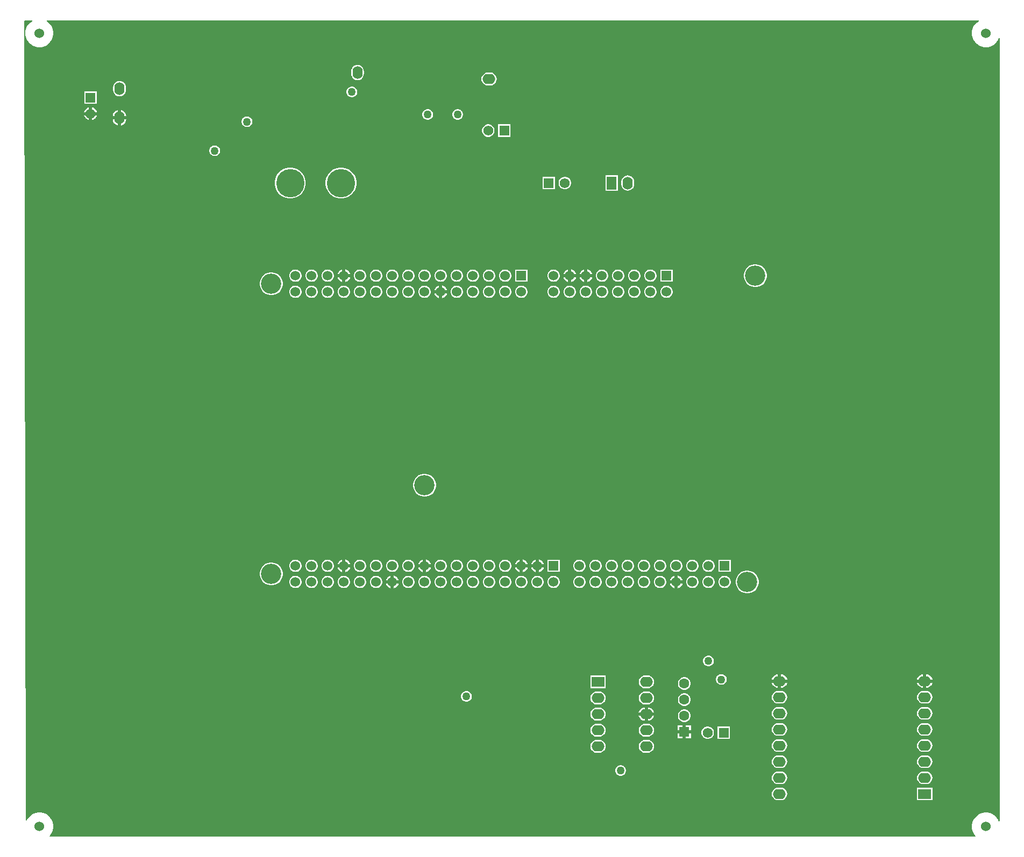
<source format=gbr>
G04*
G04 #@! TF.GenerationSoftware,Altium Limited,Altium Designer,23.0.1 (38)*
G04*
G04 Layer_Physical_Order=2*
G04 Layer_Color=36540*
%FSLAX25Y25*%
%MOIN*%
G70*
G04*
G04 #@! TF.SameCoordinates,96643D2F-BE8E-4E12-8B93-A60CB91944C5*
G04*
G04*
G04 #@! TF.FilePolarity,Positive*
G04*
G01*
G75*
%ADD29C,0.06181*%
%ADD30R,0.06181X0.06181*%
%ADD31R,0.06181X0.06181*%
%ADD32C,0.01500*%
%ADD33C,0.06000*%
%ADD34C,0.17559*%
%ADD35R,0.06299X0.07874*%
%ADD36O,0.06299X0.07874*%
%ADD37C,0.06024*%
%ADD38R,0.06024X0.06024*%
%ADD39C,0.12598*%
%ADD40O,0.07874X0.06299*%
%ADD41R,0.07874X0.06299*%
%ADD42R,0.06299X0.06299*%
%ADD43C,0.06299*%
%ADD44C,0.05000*%
G36*
X594154Y511500D02*
X592904Y510665D01*
X591697Y509458D01*
X590750Y508040D01*
X590097Y506463D01*
X589764Y504790D01*
Y503084D01*
X590097Y501411D01*
X590750Y499834D01*
X591697Y498416D01*
X592904Y497209D01*
X594322Y496261D01*
X595899Y495608D01*
X597572Y495276D01*
X599278D01*
X600952Y495608D01*
X602528Y496261D01*
X603946Y497209D01*
X605153Y498416D01*
X606101Y499834D01*
X606500Y500798D01*
X607000Y500699D01*
Y15049D01*
X606500Y14950D01*
X606101Y15914D01*
X605153Y17332D01*
X603946Y18539D01*
X602528Y19487D01*
X600952Y20140D01*
X599278Y20472D01*
X597572D01*
X595899Y20140D01*
X594322Y19487D01*
X592904Y18539D01*
X591697Y17332D01*
X590750Y15914D01*
X590097Y14337D01*
X589764Y12664D01*
Y10958D01*
X590097Y9285D01*
X590750Y7708D01*
X591697Y6290D01*
X592025Y5962D01*
X591834Y5500D01*
X18402D01*
X18211Y5962D01*
X18539Y6290D01*
X19487Y7708D01*
X20140Y9285D01*
X20472Y10958D01*
Y12664D01*
X20140Y14337D01*
X19487Y15914D01*
X18539Y17332D01*
X17332Y18539D01*
X15914Y19487D01*
X14337Y20140D01*
X12664Y20472D01*
X10958D01*
X9285Y20140D01*
X7708Y19487D01*
X6290Y18539D01*
X5083Y17332D01*
X4135Y15914D01*
X3971Y15518D01*
X3481Y15615D01*
X2501Y511646D01*
X2854Y512000D01*
X7388D01*
X7540Y511500D01*
X6290Y510665D01*
X5083Y509458D01*
X4135Y508040D01*
X3483Y506463D01*
X3150Y504790D01*
Y503084D01*
X3483Y501411D01*
X4135Y499834D01*
X5083Y498416D01*
X6290Y497209D01*
X7708Y496261D01*
X9285Y495608D01*
X10958Y495276D01*
X12664D01*
X14337Y495608D01*
X15914Y496261D01*
X17332Y497209D01*
X18539Y498416D01*
X19487Y499834D01*
X20140Y501411D01*
X20472Y503084D01*
Y504790D01*
X20140Y506463D01*
X19487Y508040D01*
X18539Y509458D01*
X17332Y510665D01*
X16082Y511500D01*
X16234Y512000D01*
X594002D01*
X594154Y511500D01*
D02*
G37*
%LPC*%
G36*
X209000Y484258D02*
X207972Y484123D01*
X207014Y483726D01*
X206192Y483095D01*
X205561Y482273D01*
X205164Y481315D01*
X205029Y480287D01*
Y478713D01*
X205164Y477685D01*
X205561Y476727D01*
X206192Y475905D01*
X207014Y475274D01*
X207972Y474877D01*
X209000Y474742D01*
X210028Y474877D01*
X210985Y475274D01*
X211808Y475905D01*
X212439Y476727D01*
X212836Y477685D01*
X212971Y478713D01*
Y480287D01*
X212836Y481315D01*
X212439Y482273D01*
X211808Y483095D01*
X210985Y483726D01*
X210028Y484123D01*
X209000Y484258D01*
D02*
G37*
G36*
X291287Y479471D02*
X289713D01*
X288685Y479336D01*
X287727Y478939D01*
X286905Y478308D01*
X286274Y477486D01*
X285877Y476528D01*
X285742Y475500D01*
X285877Y474472D01*
X286274Y473515D01*
X286905Y472692D01*
X287727Y472061D01*
X288685Y471664D01*
X289713Y471529D01*
X291287D01*
X292315Y471664D01*
X293273Y472061D01*
X294095Y472692D01*
X294726Y473515D01*
X295123Y474472D01*
X295258Y475500D01*
X295123Y476528D01*
X294726Y477486D01*
X294095Y478308D01*
X293273Y478939D01*
X292315Y479336D01*
X291287Y479471D01*
D02*
G37*
G36*
X61500Y474258D02*
X60472Y474123D01*
X59514Y473726D01*
X58692Y473095D01*
X58061Y472273D01*
X57664Y471315D01*
X57529Y470287D01*
Y468713D01*
X57664Y467685D01*
X58061Y466727D01*
X58692Y465905D01*
X59514Y465274D01*
X60472Y464877D01*
X61500Y464742D01*
X62528Y464877D01*
X63485Y465274D01*
X64308Y465905D01*
X64939Y466727D01*
X65336Y467685D01*
X65471Y468713D01*
Y470287D01*
X65336Y471315D01*
X64939Y472273D01*
X64308Y473095D01*
X63485Y473726D01*
X62528Y474123D01*
X61500Y474258D01*
D02*
G37*
G36*
X205933Y470787D02*
X205067D01*
X204231Y470563D01*
X203482Y470131D01*
X202869Y469519D01*
X202437Y468769D01*
X202213Y467933D01*
Y467067D01*
X202437Y466231D01*
X202869Y465482D01*
X203482Y464869D01*
X204231Y464437D01*
X205067Y464213D01*
X205933D01*
X206769Y464437D01*
X207519Y464869D01*
X208131Y465482D01*
X208563Y466231D01*
X208787Y467067D01*
Y467933D01*
X208563Y468769D01*
X208131Y469519D01*
X207519Y470131D01*
X206769Y470563D01*
X205933Y470787D01*
D02*
G37*
G36*
X47378Y467878D02*
X39622D01*
Y460122D01*
X47378D01*
Y467878D01*
D02*
G37*
G36*
X44500Y457967D02*
Y455000D01*
X47467D01*
X47312Y455579D01*
X46773Y456512D01*
X46012Y457273D01*
X45079Y457812D01*
X44500Y457967D01*
D02*
G37*
G36*
X42500D02*
X41921Y457812D01*
X40988Y457273D01*
X40227Y456512D01*
X39688Y455579D01*
X39533Y455000D01*
X42500D01*
Y457967D01*
D02*
G37*
G36*
X62500Y456341D02*
Y452500D01*
X65657D01*
X65543Y453371D01*
X65125Y454380D01*
X64460Y455247D01*
X63593Y455912D01*
X62583Y456330D01*
X62500Y456341D01*
D02*
G37*
G36*
X60500D02*
X60417Y456330D01*
X59407Y455912D01*
X58540Y455247D01*
X57875Y454380D01*
X57457Y453371D01*
X57343Y452500D01*
X60500D01*
Y456341D01*
D02*
G37*
G36*
X271433Y456787D02*
X270567D01*
X269731Y456563D01*
X268982Y456131D01*
X268369Y455518D01*
X267937Y454769D01*
X267713Y453933D01*
Y453067D01*
X267937Y452231D01*
X268369Y451481D01*
X268982Y450869D01*
X269731Y450437D01*
X270567Y450213D01*
X271433D01*
X272269Y450437D01*
X273019Y450869D01*
X273631Y451481D01*
X274063Y452231D01*
X274287Y453067D01*
Y453933D01*
X274063Y454769D01*
X273631Y455518D01*
X273019Y456131D01*
X272269Y456563D01*
X271433Y456787D01*
D02*
G37*
G36*
X252933D02*
X252067D01*
X251231Y456563D01*
X250482Y456131D01*
X249869Y455518D01*
X249437Y454769D01*
X249213Y453933D01*
Y453067D01*
X249437Y452231D01*
X249869Y451481D01*
X250482Y450869D01*
X251231Y450437D01*
X252067Y450213D01*
X252933D01*
X253769Y450437D01*
X254519Y450869D01*
X255131Y451481D01*
X255563Y452231D01*
X255787Y453067D01*
Y453933D01*
X255563Y454769D01*
X255131Y455518D01*
X254519Y456131D01*
X253769Y456563D01*
X252933Y456787D01*
D02*
G37*
G36*
X47467Y453000D02*
X44500D01*
Y450033D01*
X45079Y450188D01*
X46012Y450727D01*
X46773Y451488D01*
X47312Y452421D01*
X47467Y453000D01*
D02*
G37*
G36*
X42500D02*
X39533D01*
X39688Y452421D01*
X40227Y451488D01*
X40988Y450727D01*
X41921Y450188D01*
X42500Y450033D01*
Y453000D01*
D02*
G37*
G36*
X65657Y450500D02*
X62500D01*
Y446659D01*
X62583Y446670D01*
X63593Y447088D01*
X64460Y447753D01*
X65125Y448620D01*
X65543Y449629D01*
X65657Y450500D01*
D02*
G37*
G36*
X60500D02*
X57343D01*
X57457Y449629D01*
X57875Y448620D01*
X58540Y447753D01*
X59407Y447088D01*
X60417Y446670D01*
X60500Y446659D01*
Y450500D01*
D02*
G37*
G36*
X140933Y452287D02*
X140067D01*
X139231Y452063D01*
X138481Y451631D01*
X137869Y451018D01*
X137437Y450269D01*
X137213Y449433D01*
Y448567D01*
X137437Y447731D01*
X137869Y446981D01*
X138481Y446369D01*
X139231Y445937D01*
X140067Y445713D01*
X140933D01*
X141769Y445937D01*
X142518Y446369D01*
X143131Y446981D01*
X143563Y447731D01*
X143787Y448567D01*
Y449433D01*
X143563Y450269D01*
X143131Y451018D01*
X142518Y451631D01*
X141769Y452063D01*
X140933Y452287D01*
D02*
G37*
G36*
X303878Y447378D02*
X296122D01*
Y439622D01*
X303878D01*
Y447378D01*
D02*
G37*
G36*
X290511D02*
X289490D01*
X288503Y447114D01*
X287619Y446603D01*
X286897Y445881D01*
X286386Y444997D01*
X286122Y444010D01*
Y442989D01*
X286386Y442003D01*
X286897Y441119D01*
X287619Y440397D01*
X288503Y439886D01*
X289490Y439622D01*
X290511D01*
X291497Y439886D01*
X292381Y440397D01*
X293103Y441119D01*
X293614Y442003D01*
X293878Y442989D01*
Y444010D01*
X293614Y444997D01*
X293103Y445881D01*
X292381Y446603D01*
X291497Y447114D01*
X290511Y447378D01*
D02*
G37*
G36*
X120933Y434287D02*
X120067D01*
X119231Y434063D01*
X118482Y433631D01*
X117869Y433018D01*
X117437Y432269D01*
X117213Y431433D01*
Y430567D01*
X117437Y429731D01*
X117869Y428981D01*
X118482Y428369D01*
X119231Y427937D01*
X120067Y427713D01*
X120933D01*
X121769Y427937D01*
X122519Y428369D01*
X123131Y428981D01*
X123563Y429731D01*
X123787Y430567D01*
Y431433D01*
X123563Y432269D01*
X123131Y433018D01*
X122519Y433631D01*
X121769Y434063D01*
X120933Y434287D01*
D02*
G37*
G36*
X338011Y414878D02*
X336989D01*
X336003Y414614D01*
X335119Y414103D01*
X334397Y413381D01*
X333886Y412497D01*
X333622Y411511D01*
Y410490D01*
X333886Y409503D01*
X334397Y408619D01*
X335119Y407897D01*
X336003Y407386D01*
X336989Y407122D01*
X338011D01*
X338997Y407386D01*
X339881Y407897D01*
X340603Y408619D01*
X341114Y409503D01*
X341378Y410490D01*
Y411511D01*
X341114Y412497D01*
X340603Y413381D01*
X339881Y414103D01*
X338997Y414614D01*
X338011Y414878D01*
D02*
G37*
G36*
X331378D02*
X323622D01*
Y407122D01*
X331378D01*
Y414878D01*
D02*
G37*
G36*
X370437Y415724D02*
X362563D01*
Y406276D01*
X370437D01*
Y415724D01*
D02*
G37*
G36*
X376500Y415758D02*
X375472Y415623D01*
X374515Y415226D01*
X373692Y414595D01*
X373061Y413773D01*
X372664Y412815D01*
X372529Y411787D01*
Y410213D01*
X372664Y409185D01*
X373061Y408227D01*
X373692Y407405D01*
X374515Y406774D01*
X375472Y406377D01*
X376500Y406242D01*
X377528Y406377D01*
X378485Y406774D01*
X379308Y407405D01*
X379939Y408227D01*
X380336Y409185D01*
X380471Y410213D01*
Y411787D01*
X380336Y412815D01*
X379939Y413773D01*
X379308Y414595D01*
X378485Y415226D01*
X377528Y415623D01*
X376500Y415758D01*
D02*
G37*
G36*
X199690Y420567D02*
X197806D01*
X195958Y420199D01*
X194216Y419478D01*
X192649Y418431D01*
X191317Y417099D01*
X190270Y415532D01*
X189549Y413791D01*
X189181Y411942D01*
Y410058D01*
X189549Y408209D01*
X190270Y406468D01*
X191317Y404901D01*
X192649Y403569D01*
X194216Y402522D01*
X195958Y401801D01*
X197806Y401433D01*
X199690D01*
X201539Y401801D01*
X203280Y402522D01*
X204847Y403569D01*
X206179Y404901D01*
X207226Y406468D01*
X207947Y408209D01*
X208315Y410058D01*
Y411942D01*
X207947Y413791D01*
X207226Y415532D01*
X206179Y417099D01*
X204847Y418431D01*
X203280Y419478D01*
X201539Y420199D01*
X199690Y420567D01*
D02*
G37*
G36*
X168194D02*
X166310D01*
X164461Y420199D01*
X162720Y419478D01*
X161153Y418431D01*
X159821Y417099D01*
X158774Y415532D01*
X158053Y413791D01*
X157685Y411942D01*
Y410058D01*
X158053Y408209D01*
X158774Y406468D01*
X159821Y404901D01*
X161153Y403569D01*
X162720Y402522D01*
X164461Y401801D01*
X166310Y401433D01*
X168194D01*
X170043Y401801D01*
X171784Y402522D01*
X173351Y403569D01*
X174683Y404901D01*
X175730Y406468D01*
X176451Y408209D01*
X176819Y410058D01*
Y411942D01*
X176451Y413791D01*
X175730Y415532D01*
X174683Y417099D01*
X173351Y418431D01*
X171784Y419478D01*
X170043Y420199D01*
X168194Y420567D01*
D02*
G37*
G36*
X351520Y357385D02*
Y354500D01*
X354405D01*
X354258Y355048D01*
X353730Y355963D01*
X352983Y356710D01*
X352068Y357238D01*
X351520Y357385D01*
D02*
G37*
G36*
X341520D02*
Y354500D01*
X344405D01*
X344258Y355048D01*
X343730Y355963D01*
X342983Y356710D01*
X342068Y357238D01*
X341520Y357385D01*
D02*
G37*
G36*
X201520D02*
Y354500D01*
X204405D01*
X204258Y355048D01*
X203730Y355963D01*
X202983Y356710D01*
X202068Y357238D01*
X201520Y357385D01*
D02*
G37*
G36*
X349520D02*
X348971Y357238D01*
X348056Y356710D01*
X347309Y355963D01*
X346781Y355048D01*
X346634Y354500D01*
X349520D01*
Y357385D01*
D02*
G37*
G36*
X339520D02*
X338971Y357238D01*
X338056Y356710D01*
X337309Y355963D01*
X336781Y355048D01*
X336634Y354500D01*
X339520D01*
Y357385D01*
D02*
G37*
G36*
X199520D02*
X198971Y357238D01*
X198056Y356710D01*
X197309Y355963D01*
X196781Y355048D01*
X196634Y354500D01*
X199520D01*
Y357385D01*
D02*
G37*
G36*
X404319Y357299D02*
X396721D01*
Y349701D01*
X404319D01*
Y357299D01*
D02*
G37*
G36*
X391020D02*
X390019D01*
X389053Y357040D01*
X388187Y356540D01*
X387480Y355833D01*
X386979Y354966D01*
X386720Y354000D01*
Y353000D01*
X386979Y352034D01*
X387480Y351167D01*
X388187Y350460D01*
X389053Y349960D01*
X390019Y349701D01*
X391020D01*
X391986Y349960D01*
X392852Y350460D01*
X393560Y351167D01*
X394060Y352034D01*
X394319Y353000D01*
Y354000D01*
X394060Y354966D01*
X393560Y355833D01*
X392852Y356540D01*
X391986Y357040D01*
X391020Y357299D01*
D02*
G37*
G36*
X381020D02*
X380019D01*
X379053Y357040D01*
X378187Y356540D01*
X377480Y355833D01*
X376979Y354966D01*
X376720Y354000D01*
Y353000D01*
X376979Y352034D01*
X377480Y351167D01*
X378187Y350460D01*
X379053Y349960D01*
X380019Y349701D01*
X381020D01*
X381986Y349960D01*
X382853Y350460D01*
X383560Y351167D01*
X384060Y352034D01*
X384319Y353000D01*
Y354000D01*
X384060Y354966D01*
X383560Y355833D01*
X382853Y356540D01*
X381986Y357040D01*
X381020Y357299D01*
D02*
G37*
G36*
X371020D02*
X370020D01*
X369053Y357040D01*
X368187Y356540D01*
X367480Y355833D01*
X366979Y354966D01*
X366721Y354000D01*
Y353000D01*
X366979Y352034D01*
X367480Y351167D01*
X368187Y350460D01*
X369053Y349960D01*
X370020Y349701D01*
X371020D01*
X371986Y349960D01*
X372852Y350460D01*
X373560Y351167D01*
X374060Y352034D01*
X374319Y353000D01*
Y354000D01*
X374060Y354966D01*
X373560Y355833D01*
X372852Y356540D01*
X371986Y357040D01*
X371020Y357299D01*
D02*
G37*
G36*
X361020D02*
X360019D01*
X359053Y357040D01*
X358187Y356540D01*
X357480Y355833D01*
X356979Y354966D01*
X356720Y354000D01*
Y353000D01*
X356979Y352034D01*
X357480Y351167D01*
X358187Y350460D01*
X359053Y349960D01*
X360019Y349701D01*
X361020D01*
X361986Y349960D01*
X362853Y350460D01*
X363560Y351167D01*
X364060Y352034D01*
X364319Y353000D01*
Y354000D01*
X364060Y354966D01*
X363560Y355833D01*
X362853Y356540D01*
X361986Y357040D01*
X361020Y357299D01*
D02*
G37*
G36*
X331020D02*
X330019D01*
X329053Y357040D01*
X328187Y356540D01*
X327480Y355833D01*
X326979Y354966D01*
X326720Y354000D01*
Y353000D01*
X326979Y352034D01*
X327480Y351167D01*
X328187Y350460D01*
X329053Y349960D01*
X330019Y349701D01*
X331020D01*
X331986Y349960D01*
X332853Y350460D01*
X333560Y351167D01*
X334060Y352034D01*
X334319Y353000D01*
Y354000D01*
X334060Y354966D01*
X333560Y355833D01*
X332853Y356540D01*
X331986Y357040D01*
X331020Y357299D01*
D02*
G37*
G36*
X314319D02*
X306720D01*
Y349701D01*
X314319D01*
Y357299D01*
D02*
G37*
G36*
X301020D02*
X300020D01*
X299053Y357040D01*
X298187Y356540D01*
X297480Y355833D01*
X296979Y354966D01*
X296721Y354000D01*
Y353000D01*
X296979Y352034D01*
X297480Y351167D01*
X298187Y350460D01*
X299053Y349960D01*
X300020Y349701D01*
X301020D01*
X301986Y349960D01*
X302853Y350460D01*
X303560Y351167D01*
X304060Y352034D01*
X304319Y353000D01*
Y354000D01*
X304060Y354966D01*
X303560Y355833D01*
X302853Y356540D01*
X301986Y357040D01*
X301020Y357299D01*
D02*
G37*
G36*
X291020D02*
X290019D01*
X289053Y357040D01*
X288187Y356540D01*
X287480Y355833D01*
X286979Y354966D01*
X286720Y354000D01*
Y353000D01*
X286979Y352034D01*
X287480Y351167D01*
X288187Y350460D01*
X289053Y349960D01*
X290019Y349701D01*
X291020D01*
X291986Y349960D01*
X292852Y350460D01*
X293560Y351167D01*
X294060Y352034D01*
X294319Y353000D01*
Y354000D01*
X294060Y354966D01*
X293560Y355833D01*
X292852Y356540D01*
X291986Y357040D01*
X291020Y357299D01*
D02*
G37*
G36*
X281020D02*
X280019D01*
X279053Y357040D01*
X278187Y356540D01*
X277480Y355833D01*
X276979Y354966D01*
X276720Y354000D01*
Y353000D01*
X276979Y352034D01*
X277480Y351167D01*
X278187Y350460D01*
X279053Y349960D01*
X280019Y349701D01*
X281020D01*
X281986Y349960D01*
X282853Y350460D01*
X283560Y351167D01*
X284060Y352034D01*
X284319Y353000D01*
Y354000D01*
X284060Y354966D01*
X283560Y355833D01*
X282853Y356540D01*
X281986Y357040D01*
X281020Y357299D01*
D02*
G37*
G36*
X271020D02*
X270020D01*
X269053Y357040D01*
X268187Y356540D01*
X267480Y355833D01*
X266979Y354966D01*
X266721Y354000D01*
Y353000D01*
X266979Y352034D01*
X267480Y351167D01*
X268187Y350460D01*
X269053Y349960D01*
X270020Y349701D01*
X271020D01*
X271986Y349960D01*
X272852Y350460D01*
X273560Y351167D01*
X274060Y352034D01*
X274319Y353000D01*
Y354000D01*
X274060Y354966D01*
X273560Y355833D01*
X272852Y356540D01*
X271986Y357040D01*
X271020Y357299D01*
D02*
G37*
G36*
X261020D02*
X260019D01*
X259053Y357040D01*
X258187Y356540D01*
X257480Y355833D01*
X256979Y354966D01*
X256720Y354000D01*
Y353000D01*
X256979Y352034D01*
X257480Y351167D01*
X258187Y350460D01*
X259053Y349960D01*
X260019Y349701D01*
X261020D01*
X261986Y349960D01*
X262853Y350460D01*
X263560Y351167D01*
X264060Y352034D01*
X264319Y353000D01*
Y354000D01*
X264060Y354966D01*
X263560Y355833D01*
X262853Y356540D01*
X261986Y357040D01*
X261020Y357299D01*
D02*
G37*
G36*
X251020D02*
X250020D01*
X249053Y357040D01*
X248187Y356540D01*
X247480Y355833D01*
X246979Y354966D01*
X246721Y354000D01*
Y353000D01*
X246979Y352034D01*
X247480Y351167D01*
X248187Y350460D01*
X249053Y349960D01*
X250020Y349701D01*
X251020D01*
X251986Y349960D01*
X252853Y350460D01*
X253560Y351167D01*
X254060Y352034D01*
X254319Y353000D01*
Y354000D01*
X254060Y354966D01*
X253560Y355833D01*
X252853Y356540D01*
X251986Y357040D01*
X251020Y357299D01*
D02*
G37*
G36*
X241020D02*
X240019D01*
X239053Y357040D01*
X238187Y356540D01*
X237480Y355833D01*
X236979Y354966D01*
X236720Y354000D01*
Y353000D01*
X236979Y352034D01*
X237480Y351167D01*
X238187Y350460D01*
X239053Y349960D01*
X240019Y349701D01*
X241020D01*
X241986Y349960D01*
X242852Y350460D01*
X243560Y351167D01*
X244060Y352034D01*
X244319Y353000D01*
Y354000D01*
X244060Y354966D01*
X243560Y355833D01*
X242852Y356540D01*
X241986Y357040D01*
X241020Y357299D01*
D02*
G37*
G36*
X231020D02*
X230019D01*
X229053Y357040D01*
X228187Y356540D01*
X227480Y355833D01*
X226979Y354966D01*
X226720Y354000D01*
Y353000D01*
X226979Y352034D01*
X227480Y351167D01*
X228187Y350460D01*
X229053Y349960D01*
X230019Y349701D01*
X231020D01*
X231986Y349960D01*
X232853Y350460D01*
X233560Y351167D01*
X234060Y352034D01*
X234319Y353000D01*
Y354000D01*
X234060Y354966D01*
X233560Y355833D01*
X232853Y356540D01*
X231986Y357040D01*
X231020Y357299D01*
D02*
G37*
G36*
X221020D02*
X220020D01*
X219053Y357040D01*
X218187Y356540D01*
X217480Y355833D01*
X216979Y354966D01*
X216721Y354000D01*
Y353000D01*
X216979Y352034D01*
X217480Y351167D01*
X218187Y350460D01*
X219053Y349960D01*
X220020Y349701D01*
X221020D01*
X221986Y349960D01*
X222852Y350460D01*
X223560Y351167D01*
X224060Y352034D01*
X224319Y353000D01*
Y354000D01*
X224060Y354966D01*
X223560Y355833D01*
X222852Y356540D01*
X221986Y357040D01*
X221020Y357299D01*
D02*
G37*
G36*
X211020D02*
X210019D01*
X209053Y357040D01*
X208187Y356540D01*
X207480Y355833D01*
X206979Y354966D01*
X206720Y354000D01*
Y353000D01*
X206979Y352034D01*
X207480Y351167D01*
X208187Y350460D01*
X209053Y349960D01*
X210019Y349701D01*
X211020D01*
X211986Y349960D01*
X212853Y350460D01*
X213560Y351167D01*
X214060Y352034D01*
X214319Y353000D01*
Y354000D01*
X214060Y354966D01*
X213560Y355833D01*
X212853Y356540D01*
X211986Y357040D01*
X211020Y357299D01*
D02*
G37*
G36*
X191020D02*
X190020D01*
X189053Y357040D01*
X188187Y356540D01*
X187480Y355833D01*
X186979Y354966D01*
X186721Y354000D01*
Y353000D01*
X186979Y352034D01*
X187480Y351167D01*
X188187Y350460D01*
X189053Y349960D01*
X190020Y349701D01*
X191020D01*
X191986Y349960D01*
X192852Y350460D01*
X193560Y351167D01*
X194060Y352034D01*
X194319Y353000D01*
Y354000D01*
X194060Y354966D01*
X193560Y355833D01*
X192852Y356540D01*
X191986Y357040D01*
X191020Y357299D01*
D02*
G37*
G36*
X181020D02*
X180019D01*
X179053Y357040D01*
X178187Y356540D01*
X177480Y355833D01*
X176979Y354966D01*
X176720Y354000D01*
Y353000D01*
X176979Y352034D01*
X177480Y351167D01*
X178187Y350460D01*
X179053Y349960D01*
X180019Y349701D01*
X181020D01*
X181986Y349960D01*
X182852Y350460D01*
X183560Y351167D01*
X184060Y352034D01*
X184319Y353000D01*
Y354000D01*
X184060Y354966D01*
X183560Y355833D01*
X182852Y356540D01*
X181986Y357040D01*
X181020Y357299D01*
D02*
G37*
G36*
X171020D02*
X170019D01*
X169053Y357040D01*
X168187Y356540D01*
X167480Y355833D01*
X166979Y354966D01*
X166720Y354000D01*
Y353000D01*
X166979Y352034D01*
X167480Y351167D01*
X168187Y350460D01*
X169053Y349960D01*
X170019Y349701D01*
X171020D01*
X171986Y349960D01*
X172853Y350460D01*
X173560Y351167D01*
X174060Y352034D01*
X174319Y353000D01*
Y354000D01*
X174060Y354966D01*
X173560Y355833D01*
X172853Y356540D01*
X171986Y357040D01*
X171020Y357299D01*
D02*
G37*
G36*
X199520Y352500D02*
X196634D01*
X196781Y351952D01*
X197309Y351037D01*
X198056Y350290D01*
X198971Y349762D01*
X199520Y349615D01*
Y352500D01*
D02*
G37*
G36*
X349520D02*
X346634D01*
X346781Y351952D01*
X347309Y351037D01*
X348056Y350290D01*
X348971Y349762D01*
X349520Y349615D01*
Y352500D01*
D02*
G37*
G36*
X339520D02*
X336634D01*
X336781Y351952D01*
X337309Y351037D01*
X338056Y350290D01*
X338971Y349762D01*
X339520Y349615D01*
Y352500D01*
D02*
G37*
G36*
X344405D02*
X341520D01*
Y349615D01*
X342068Y349762D01*
X342983Y350290D01*
X343730Y351037D01*
X344258Y351952D01*
X344405Y352500D01*
D02*
G37*
G36*
X204405D02*
X201520D01*
Y349615D01*
X202068Y349762D01*
X202983Y350290D01*
X203730Y351037D01*
X204258Y351952D01*
X204405Y352500D01*
D02*
G37*
G36*
X354405D02*
X351520D01*
Y349615D01*
X352068Y349762D01*
X352983Y350290D01*
X353730Y351037D01*
X354258Y351952D01*
X354405Y352500D01*
D02*
G37*
G36*
X456218Y360587D02*
X454822D01*
X453453Y360314D01*
X452163Y359780D01*
X451002Y359004D01*
X450015Y358017D01*
X449240Y356857D01*
X448705Y355567D01*
X448433Y354198D01*
Y352802D01*
X448705Y351433D01*
X449240Y350143D01*
X450015Y348983D01*
X451002Y347995D01*
X452163Y347220D01*
X453453Y346686D01*
X454822Y346413D01*
X456218D01*
X457587Y346686D01*
X458877Y347220D01*
X460037Y347995D01*
X461024Y348983D01*
X461800Y350143D01*
X462334Y351433D01*
X462606Y352802D01*
Y354198D01*
X462334Y355567D01*
X461800Y356857D01*
X461024Y358017D01*
X460037Y359004D01*
X458877Y359780D01*
X457587Y360314D01*
X456218Y360587D01*
D02*
G37*
G36*
X261520Y347385D02*
Y344500D01*
X264405D01*
X264258Y345048D01*
X263730Y345963D01*
X262983Y346710D01*
X262068Y347238D01*
X261520Y347385D01*
D02*
G37*
G36*
X259520D02*
X258971Y347238D01*
X258056Y346710D01*
X257309Y345963D01*
X256781Y345048D01*
X256634Y344500D01*
X259520D01*
Y347385D01*
D02*
G37*
G36*
X156218Y355587D02*
X154822D01*
X153453Y355314D01*
X152163Y354780D01*
X151002Y354005D01*
X150015Y353017D01*
X149240Y351857D01*
X148705Y350567D01*
X148433Y349198D01*
Y347802D01*
X148705Y346433D01*
X149240Y345143D01*
X150015Y343983D01*
X151002Y342996D01*
X152163Y342220D01*
X153453Y341686D01*
X154822Y341413D01*
X156218D01*
X157587Y341686D01*
X158877Y342220D01*
X160037Y342996D01*
X161024Y343983D01*
X161800Y345143D01*
X162334Y346433D01*
X162606Y347802D01*
Y349198D01*
X162334Y350567D01*
X161800Y351857D01*
X161024Y353017D01*
X160037Y354005D01*
X158877Y354780D01*
X157587Y355314D01*
X156218Y355587D01*
D02*
G37*
G36*
X401020Y347299D02*
X400020D01*
X399053Y347040D01*
X398187Y346540D01*
X397480Y345833D01*
X396979Y344966D01*
X396721Y344000D01*
Y343000D01*
X396979Y342034D01*
X397480Y341167D01*
X398187Y340460D01*
X399053Y339960D01*
X400020Y339701D01*
X401020D01*
X401986Y339960D01*
X402852Y340460D01*
X403560Y341167D01*
X404060Y342034D01*
X404319Y343000D01*
Y344000D01*
X404060Y344966D01*
X403560Y345833D01*
X402852Y346540D01*
X401986Y347040D01*
X401020Y347299D01*
D02*
G37*
G36*
X391020D02*
X390019D01*
X389053Y347040D01*
X388187Y346540D01*
X387480Y345833D01*
X386979Y344966D01*
X386720Y344000D01*
Y343000D01*
X386979Y342034D01*
X387480Y341167D01*
X388187Y340460D01*
X389053Y339960D01*
X390019Y339701D01*
X391020D01*
X391986Y339960D01*
X392852Y340460D01*
X393560Y341167D01*
X394060Y342034D01*
X394319Y343000D01*
Y344000D01*
X394060Y344966D01*
X393560Y345833D01*
X392852Y346540D01*
X391986Y347040D01*
X391020Y347299D01*
D02*
G37*
G36*
X381020D02*
X380019D01*
X379053Y347040D01*
X378187Y346540D01*
X377480Y345833D01*
X376979Y344966D01*
X376720Y344000D01*
Y343000D01*
X376979Y342034D01*
X377480Y341167D01*
X378187Y340460D01*
X379053Y339960D01*
X380019Y339701D01*
X381020D01*
X381986Y339960D01*
X382853Y340460D01*
X383560Y341167D01*
X384060Y342034D01*
X384319Y343000D01*
Y344000D01*
X384060Y344966D01*
X383560Y345833D01*
X382853Y346540D01*
X381986Y347040D01*
X381020Y347299D01*
D02*
G37*
G36*
X371020D02*
X370020D01*
X369053Y347040D01*
X368187Y346540D01*
X367480Y345833D01*
X366979Y344966D01*
X366721Y344000D01*
Y343000D01*
X366979Y342034D01*
X367480Y341167D01*
X368187Y340460D01*
X369053Y339960D01*
X370020Y339701D01*
X371020D01*
X371986Y339960D01*
X372852Y340460D01*
X373560Y341167D01*
X374060Y342034D01*
X374319Y343000D01*
Y344000D01*
X374060Y344966D01*
X373560Y345833D01*
X372852Y346540D01*
X371986Y347040D01*
X371020Y347299D01*
D02*
G37*
G36*
X361020D02*
X360019D01*
X359053Y347040D01*
X358187Y346540D01*
X357480Y345833D01*
X356979Y344966D01*
X356720Y344000D01*
Y343000D01*
X356979Y342034D01*
X357480Y341167D01*
X358187Y340460D01*
X359053Y339960D01*
X360019Y339701D01*
X361020D01*
X361986Y339960D01*
X362853Y340460D01*
X363560Y341167D01*
X364060Y342034D01*
X364319Y343000D01*
Y344000D01*
X364060Y344966D01*
X363560Y345833D01*
X362853Y346540D01*
X361986Y347040D01*
X361020Y347299D01*
D02*
G37*
G36*
X351020D02*
X350020D01*
X349053Y347040D01*
X348187Y346540D01*
X347480Y345833D01*
X346979Y344966D01*
X346721Y344000D01*
Y343000D01*
X346979Y342034D01*
X347480Y341167D01*
X348187Y340460D01*
X349053Y339960D01*
X350020Y339701D01*
X351020D01*
X351986Y339960D01*
X352853Y340460D01*
X353560Y341167D01*
X354060Y342034D01*
X354319Y343000D01*
Y344000D01*
X354060Y344966D01*
X353560Y345833D01*
X352853Y346540D01*
X351986Y347040D01*
X351020Y347299D01*
D02*
G37*
G36*
X341020D02*
X340019D01*
X339053Y347040D01*
X338187Y346540D01*
X337480Y345833D01*
X336979Y344966D01*
X336720Y344000D01*
Y343000D01*
X336979Y342034D01*
X337480Y341167D01*
X338187Y340460D01*
X339053Y339960D01*
X340019Y339701D01*
X341020D01*
X341986Y339960D01*
X342852Y340460D01*
X343560Y341167D01*
X344060Y342034D01*
X344319Y343000D01*
Y344000D01*
X344060Y344966D01*
X343560Y345833D01*
X342852Y346540D01*
X341986Y347040D01*
X341020Y347299D01*
D02*
G37*
G36*
X331020D02*
X330019D01*
X329053Y347040D01*
X328187Y346540D01*
X327480Y345833D01*
X326979Y344966D01*
X326720Y344000D01*
Y343000D01*
X326979Y342034D01*
X327480Y341167D01*
X328187Y340460D01*
X329053Y339960D01*
X330019Y339701D01*
X331020D01*
X331986Y339960D01*
X332853Y340460D01*
X333560Y341167D01*
X334060Y342034D01*
X334319Y343000D01*
Y344000D01*
X334060Y344966D01*
X333560Y345833D01*
X332853Y346540D01*
X331986Y347040D01*
X331020Y347299D01*
D02*
G37*
G36*
X311020D02*
X310019D01*
X309053Y347040D01*
X308187Y346540D01*
X307480Y345833D01*
X306979Y344966D01*
X306720Y344000D01*
Y343000D01*
X306979Y342034D01*
X307480Y341167D01*
X308187Y340460D01*
X309053Y339960D01*
X310019Y339701D01*
X311020D01*
X311986Y339960D01*
X312853Y340460D01*
X313560Y341167D01*
X314060Y342034D01*
X314319Y343000D01*
Y344000D01*
X314060Y344966D01*
X313560Y345833D01*
X312853Y346540D01*
X311986Y347040D01*
X311020Y347299D01*
D02*
G37*
G36*
X301020D02*
X300020D01*
X299053Y347040D01*
X298187Y346540D01*
X297480Y345833D01*
X296979Y344966D01*
X296721Y344000D01*
Y343000D01*
X296979Y342034D01*
X297480Y341167D01*
X298187Y340460D01*
X299053Y339960D01*
X300020Y339701D01*
X301020D01*
X301986Y339960D01*
X302853Y340460D01*
X303560Y341167D01*
X304060Y342034D01*
X304319Y343000D01*
Y344000D01*
X304060Y344966D01*
X303560Y345833D01*
X302853Y346540D01*
X301986Y347040D01*
X301020Y347299D01*
D02*
G37*
G36*
X291020D02*
X290019D01*
X289053Y347040D01*
X288187Y346540D01*
X287480Y345833D01*
X286979Y344966D01*
X286720Y344000D01*
Y343000D01*
X286979Y342034D01*
X287480Y341167D01*
X288187Y340460D01*
X289053Y339960D01*
X290019Y339701D01*
X291020D01*
X291986Y339960D01*
X292852Y340460D01*
X293560Y341167D01*
X294060Y342034D01*
X294319Y343000D01*
Y344000D01*
X294060Y344966D01*
X293560Y345833D01*
X292852Y346540D01*
X291986Y347040D01*
X291020Y347299D01*
D02*
G37*
G36*
X281020D02*
X280019D01*
X279053Y347040D01*
X278187Y346540D01*
X277480Y345833D01*
X276979Y344966D01*
X276720Y344000D01*
Y343000D01*
X276979Y342034D01*
X277480Y341167D01*
X278187Y340460D01*
X279053Y339960D01*
X280019Y339701D01*
X281020D01*
X281986Y339960D01*
X282853Y340460D01*
X283560Y341167D01*
X284060Y342034D01*
X284319Y343000D01*
Y344000D01*
X284060Y344966D01*
X283560Y345833D01*
X282853Y346540D01*
X281986Y347040D01*
X281020Y347299D01*
D02*
G37*
G36*
X271020D02*
X270020D01*
X269053Y347040D01*
X268187Y346540D01*
X267480Y345833D01*
X266979Y344966D01*
X266721Y344000D01*
Y343000D01*
X266979Y342034D01*
X267480Y341167D01*
X268187Y340460D01*
X269053Y339960D01*
X270020Y339701D01*
X271020D01*
X271986Y339960D01*
X272852Y340460D01*
X273560Y341167D01*
X274060Y342034D01*
X274319Y343000D01*
Y344000D01*
X274060Y344966D01*
X273560Y345833D01*
X272852Y346540D01*
X271986Y347040D01*
X271020Y347299D01*
D02*
G37*
G36*
X251020D02*
X250020D01*
X249053Y347040D01*
X248187Y346540D01*
X247480Y345833D01*
X246979Y344966D01*
X246721Y344000D01*
Y343000D01*
X246979Y342034D01*
X247480Y341167D01*
X248187Y340460D01*
X249053Y339960D01*
X250020Y339701D01*
X251020D01*
X251986Y339960D01*
X252853Y340460D01*
X253560Y341167D01*
X254060Y342034D01*
X254319Y343000D01*
Y344000D01*
X254060Y344966D01*
X253560Y345833D01*
X252853Y346540D01*
X251986Y347040D01*
X251020Y347299D01*
D02*
G37*
G36*
X241020D02*
X240019D01*
X239053Y347040D01*
X238187Y346540D01*
X237480Y345833D01*
X236979Y344966D01*
X236720Y344000D01*
Y343000D01*
X236979Y342034D01*
X237480Y341167D01*
X238187Y340460D01*
X239053Y339960D01*
X240019Y339701D01*
X241020D01*
X241986Y339960D01*
X242852Y340460D01*
X243560Y341167D01*
X244060Y342034D01*
X244319Y343000D01*
Y344000D01*
X244060Y344966D01*
X243560Y345833D01*
X242852Y346540D01*
X241986Y347040D01*
X241020Y347299D01*
D02*
G37*
G36*
X231020D02*
X230019D01*
X229053Y347040D01*
X228187Y346540D01*
X227480Y345833D01*
X226979Y344966D01*
X226720Y344000D01*
Y343000D01*
X226979Y342034D01*
X227480Y341167D01*
X228187Y340460D01*
X229053Y339960D01*
X230019Y339701D01*
X231020D01*
X231986Y339960D01*
X232853Y340460D01*
X233560Y341167D01*
X234060Y342034D01*
X234319Y343000D01*
Y344000D01*
X234060Y344966D01*
X233560Y345833D01*
X232853Y346540D01*
X231986Y347040D01*
X231020Y347299D01*
D02*
G37*
G36*
X221020D02*
X220020D01*
X219053Y347040D01*
X218187Y346540D01*
X217480Y345833D01*
X216979Y344966D01*
X216721Y344000D01*
Y343000D01*
X216979Y342034D01*
X217480Y341167D01*
X218187Y340460D01*
X219053Y339960D01*
X220020Y339701D01*
X221020D01*
X221986Y339960D01*
X222852Y340460D01*
X223560Y341167D01*
X224060Y342034D01*
X224319Y343000D01*
Y344000D01*
X224060Y344966D01*
X223560Y345833D01*
X222852Y346540D01*
X221986Y347040D01*
X221020Y347299D01*
D02*
G37*
G36*
X211020D02*
X210019D01*
X209053Y347040D01*
X208187Y346540D01*
X207480Y345833D01*
X206979Y344966D01*
X206720Y344000D01*
Y343000D01*
X206979Y342034D01*
X207480Y341167D01*
X208187Y340460D01*
X209053Y339960D01*
X210019Y339701D01*
X211020D01*
X211986Y339960D01*
X212853Y340460D01*
X213560Y341167D01*
X214060Y342034D01*
X214319Y343000D01*
Y344000D01*
X214060Y344966D01*
X213560Y345833D01*
X212853Y346540D01*
X211986Y347040D01*
X211020Y347299D01*
D02*
G37*
G36*
X201020D02*
X200020D01*
X199053Y347040D01*
X198187Y346540D01*
X197480Y345833D01*
X196979Y344966D01*
X196721Y344000D01*
Y343000D01*
X196979Y342034D01*
X197480Y341167D01*
X198187Y340460D01*
X199053Y339960D01*
X200020Y339701D01*
X201020D01*
X201986Y339960D01*
X202853Y340460D01*
X203560Y341167D01*
X204060Y342034D01*
X204319Y343000D01*
Y344000D01*
X204060Y344966D01*
X203560Y345833D01*
X202853Y346540D01*
X201986Y347040D01*
X201020Y347299D01*
D02*
G37*
G36*
X191020D02*
X190020D01*
X189053Y347040D01*
X188187Y346540D01*
X187480Y345833D01*
X186979Y344966D01*
X186721Y344000D01*
Y343000D01*
X186979Y342034D01*
X187480Y341167D01*
X188187Y340460D01*
X189053Y339960D01*
X190020Y339701D01*
X191020D01*
X191986Y339960D01*
X192852Y340460D01*
X193560Y341167D01*
X194060Y342034D01*
X194319Y343000D01*
Y344000D01*
X194060Y344966D01*
X193560Y345833D01*
X192852Y346540D01*
X191986Y347040D01*
X191020Y347299D01*
D02*
G37*
G36*
X181020D02*
X180019D01*
X179053Y347040D01*
X178187Y346540D01*
X177480Y345833D01*
X176979Y344966D01*
X176720Y344000D01*
Y343000D01*
X176979Y342034D01*
X177480Y341167D01*
X178187Y340460D01*
X179053Y339960D01*
X180019Y339701D01*
X181020D01*
X181986Y339960D01*
X182852Y340460D01*
X183560Y341167D01*
X184060Y342034D01*
X184319Y343000D01*
Y344000D01*
X184060Y344966D01*
X183560Y345833D01*
X182852Y346540D01*
X181986Y347040D01*
X181020Y347299D01*
D02*
G37*
G36*
X171020D02*
X170019D01*
X169053Y347040D01*
X168187Y346540D01*
X167480Y345833D01*
X166979Y344966D01*
X166720Y344000D01*
Y343000D01*
X166979Y342034D01*
X167480Y341167D01*
X168187Y340460D01*
X169053Y339960D01*
X170019Y339701D01*
X171020D01*
X171986Y339960D01*
X172853Y340460D01*
X173560Y341167D01*
X174060Y342034D01*
X174319Y343000D01*
Y344000D01*
X174060Y344966D01*
X173560Y345833D01*
X172853Y346540D01*
X171986Y347040D01*
X171020Y347299D01*
D02*
G37*
G36*
X259520Y342500D02*
X256634D01*
X256781Y341951D01*
X257309Y341037D01*
X258056Y340290D01*
X258971Y339762D01*
X259520Y339615D01*
Y342500D01*
D02*
G37*
G36*
X264405D02*
X261520D01*
Y339615D01*
X262068Y339762D01*
X262983Y340290D01*
X263730Y341037D01*
X264258Y341951D01*
X264405Y342500D01*
D02*
G37*
G36*
X251218Y230587D02*
X249822D01*
X248453Y230314D01*
X247163Y229780D01*
X246002Y229005D01*
X245015Y228017D01*
X244240Y226857D01*
X243705Y225567D01*
X243433Y224198D01*
Y222802D01*
X243705Y221433D01*
X244240Y220143D01*
X245015Y218983D01*
X246002Y217996D01*
X247163Y217220D01*
X248453Y216686D01*
X249822Y216413D01*
X251218D01*
X252587Y216686D01*
X253876Y217220D01*
X255037Y217996D01*
X256024Y218983D01*
X256800Y220143D01*
X257334Y221433D01*
X257606Y222802D01*
Y224198D01*
X257334Y225567D01*
X256800Y226857D01*
X256024Y228017D01*
X255037Y229005D01*
X253876Y229780D01*
X252587Y230314D01*
X251218Y230587D01*
D02*
G37*
G36*
X321520Y177385D02*
Y174500D01*
X324405D01*
X324258Y175048D01*
X323730Y175963D01*
X322983Y176710D01*
X322068Y177238D01*
X321520Y177385D01*
D02*
G37*
G36*
X311520D02*
Y174500D01*
X314405D01*
X314258Y175048D01*
X313730Y175963D01*
X312983Y176710D01*
X312068Y177238D01*
X311520Y177385D01*
D02*
G37*
G36*
X251520D02*
Y174500D01*
X254405D01*
X254258Y175048D01*
X253730Y175963D01*
X252983Y176710D01*
X252068Y177238D01*
X251520Y177385D01*
D02*
G37*
G36*
X201520D02*
Y174500D01*
X204405D01*
X204258Y175048D01*
X203730Y175963D01*
X202983Y176710D01*
X202068Y177238D01*
X201520Y177385D01*
D02*
G37*
G36*
X199520D02*
X198971Y177238D01*
X198056Y176710D01*
X197309Y175963D01*
X196781Y175048D01*
X196634Y174500D01*
X199520D01*
Y177385D01*
D02*
G37*
G36*
X319520D02*
X318971Y177238D01*
X318056Y176710D01*
X317309Y175963D01*
X316781Y175048D01*
X316634Y174500D01*
X319520D01*
Y177385D01*
D02*
G37*
G36*
X309520D02*
X308971Y177238D01*
X308056Y176710D01*
X307309Y175963D01*
X306781Y175048D01*
X306634Y174500D01*
X309520D01*
Y177385D01*
D02*
G37*
G36*
X249520D02*
X248971Y177238D01*
X248056Y176710D01*
X247309Y175963D01*
X246781Y175048D01*
X246634Y174500D01*
X249520D01*
Y177385D01*
D02*
G37*
G36*
X440319Y177299D02*
X432721D01*
Y169701D01*
X440319D01*
Y177299D01*
D02*
G37*
G36*
X427020D02*
X426019D01*
X425053Y177040D01*
X424187Y176540D01*
X423480Y175833D01*
X422979Y174966D01*
X422720Y174000D01*
Y173000D01*
X422979Y172034D01*
X423480Y171167D01*
X424187Y170460D01*
X425053Y169960D01*
X426019Y169701D01*
X427020D01*
X427986Y169960D01*
X428853Y170460D01*
X429560Y171167D01*
X430060Y172034D01*
X430319Y173000D01*
Y174000D01*
X430060Y174966D01*
X429560Y175833D01*
X428853Y176540D01*
X427986Y177040D01*
X427020Y177299D01*
D02*
G37*
G36*
X417020D02*
X416019D01*
X415053Y177040D01*
X414187Y176540D01*
X413480Y175833D01*
X412979Y174966D01*
X412720Y174000D01*
Y173000D01*
X412979Y172034D01*
X413480Y171167D01*
X414187Y170460D01*
X415053Y169960D01*
X416019Y169701D01*
X417020D01*
X417986Y169960D01*
X418853Y170460D01*
X419560Y171167D01*
X420060Y172034D01*
X420319Y173000D01*
Y174000D01*
X420060Y174966D01*
X419560Y175833D01*
X418853Y176540D01*
X417986Y177040D01*
X417020Y177299D01*
D02*
G37*
G36*
X407020D02*
X406019D01*
X405053Y177040D01*
X404187Y176540D01*
X403480Y175833D01*
X402979Y174966D01*
X402720Y174000D01*
Y173000D01*
X402979Y172034D01*
X403480Y171167D01*
X404187Y170460D01*
X405053Y169960D01*
X406019Y169701D01*
X407020D01*
X407986Y169960D01*
X408852Y170460D01*
X409560Y171167D01*
X410060Y172034D01*
X410319Y173000D01*
Y174000D01*
X410060Y174966D01*
X409560Y175833D01*
X408852Y176540D01*
X407986Y177040D01*
X407020Y177299D01*
D02*
G37*
G36*
X397020D02*
X396020D01*
X395053Y177040D01*
X394187Y176540D01*
X393480Y175833D01*
X392979Y174966D01*
X392721Y174000D01*
Y173000D01*
X392979Y172034D01*
X393480Y171167D01*
X394187Y170460D01*
X395053Y169960D01*
X396020Y169701D01*
X397020D01*
X397986Y169960D01*
X398852Y170460D01*
X399560Y171167D01*
X400060Y172034D01*
X400319Y173000D01*
Y174000D01*
X400060Y174966D01*
X399560Y175833D01*
X398852Y176540D01*
X397986Y177040D01*
X397020Y177299D01*
D02*
G37*
G36*
X387020D02*
X386019D01*
X385053Y177040D01*
X384187Y176540D01*
X383480Y175833D01*
X382979Y174966D01*
X382720Y174000D01*
Y173000D01*
X382979Y172034D01*
X383480Y171167D01*
X384187Y170460D01*
X385053Y169960D01*
X386019Y169701D01*
X387020D01*
X387986Y169960D01*
X388853Y170460D01*
X389560Y171167D01*
X390060Y172034D01*
X390319Y173000D01*
Y174000D01*
X390060Y174966D01*
X389560Y175833D01*
X388853Y176540D01*
X387986Y177040D01*
X387020Y177299D01*
D02*
G37*
G36*
X377020D02*
X376020D01*
X375053Y177040D01*
X374187Y176540D01*
X373480Y175833D01*
X372979Y174966D01*
X372721Y174000D01*
Y173000D01*
X372979Y172034D01*
X373480Y171167D01*
X374187Y170460D01*
X375053Y169960D01*
X376020Y169701D01*
X377020D01*
X377986Y169960D01*
X378853Y170460D01*
X379560Y171167D01*
X380060Y172034D01*
X380319Y173000D01*
Y174000D01*
X380060Y174966D01*
X379560Y175833D01*
X378853Y176540D01*
X377986Y177040D01*
X377020Y177299D01*
D02*
G37*
G36*
X367020D02*
X366020D01*
X365053Y177040D01*
X364187Y176540D01*
X363480Y175833D01*
X362979Y174966D01*
X362720Y174000D01*
Y173000D01*
X362979Y172034D01*
X363480Y171167D01*
X364187Y170460D01*
X365053Y169960D01*
X366020Y169701D01*
X367020D01*
X367986Y169960D01*
X368852Y170460D01*
X369560Y171167D01*
X370060Y172034D01*
X370319Y173000D01*
Y174000D01*
X370060Y174966D01*
X369560Y175833D01*
X368852Y176540D01*
X367986Y177040D01*
X367020Y177299D01*
D02*
G37*
G36*
X357020D02*
X356019D01*
X355053Y177040D01*
X354187Y176540D01*
X353480Y175833D01*
X352979Y174966D01*
X352720Y174000D01*
Y173000D01*
X352979Y172034D01*
X353480Y171167D01*
X354187Y170460D01*
X355053Y169960D01*
X356019Y169701D01*
X357020D01*
X357986Y169960D01*
X358853Y170460D01*
X359560Y171167D01*
X360060Y172034D01*
X360319Y173000D01*
Y174000D01*
X360060Y174966D01*
X359560Y175833D01*
X358853Y176540D01*
X357986Y177040D01*
X357020Y177299D01*
D02*
G37*
G36*
X347020D02*
X346020D01*
X345053Y177040D01*
X344187Y176540D01*
X343480Y175833D01*
X342979Y174966D01*
X342721Y174000D01*
Y173000D01*
X342979Y172034D01*
X343480Y171167D01*
X344187Y170460D01*
X345053Y169960D01*
X346020Y169701D01*
X347020D01*
X347986Y169960D01*
X348852Y170460D01*
X349560Y171167D01*
X350060Y172034D01*
X350319Y173000D01*
Y174000D01*
X350060Y174966D01*
X349560Y175833D01*
X348852Y176540D01*
X347986Y177040D01*
X347020Y177299D01*
D02*
G37*
G36*
X334319D02*
X326720D01*
Y169701D01*
X334319D01*
Y177299D01*
D02*
G37*
G36*
X301020D02*
X300020D01*
X299053Y177040D01*
X298187Y176540D01*
X297480Y175833D01*
X296979Y174966D01*
X296721Y174000D01*
Y173000D01*
X296979Y172034D01*
X297480Y171167D01*
X298187Y170460D01*
X299053Y169960D01*
X300020Y169701D01*
X301020D01*
X301986Y169960D01*
X302853Y170460D01*
X303560Y171167D01*
X304060Y172034D01*
X304319Y173000D01*
Y174000D01*
X304060Y174966D01*
X303560Y175833D01*
X302853Y176540D01*
X301986Y177040D01*
X301020Y177299D01*
D02*
G37*
G36*
X291020D02*
X290019D01*
X289053Y177040D01*
X288187Y176540D01*
X287480Y175833D01*
X286979Y174966D01*
X286720Y174000D01*
Y173000D01*
X286979Y172034D01*
X287480Y171167D01*
X288187Y170460D01*
X289053Y169960D01*
X290019Y169701D01*
X291020D01*
X291986Y169960D01*
X292852Y170460D01*
X293560Y171167D01*
X294060Y172034D01*
X294319Y173000D01*
Y174000D01*
X294060Y174966D01*
X293560Y175833D01*
X292852Y176540D01*
X291986Y177040D01*
X291020Y177299D01*
D02*
G37*
G36*
X281020D02*
X280019D01*
X279053Y177040D01*
X278187Y176540D01*
X277480Y175833D01*
X276979Y174966D01*
X276720Y174000D01*
Y173000D01*
X276979Y172034D01*
X277480Y171167D01*
X278187Y170460D01*
X279053Y169960D01*
X280019Y169701D01*
X281020D01*
X281986Y169960D01*
X282853Y170460D01*
X283560Y171167D01*
X284060Y172034D01*
X284319Y173000D01*
Y174000D01*
X284060Y174966D01*
X283560Y175833D01*
X282853Y176540D01*
X281986Y177040D01*
X281020Y177299D01*
D02*
G37*
G36*
X271020D02*
X270020D01*
X269053Y177040D01*
X268187Y176540D01*
X267480Y175833D01*
X266979Y174966D01*
X266721Y174000D01*
Y173000D01*
X266979Y172034D01*
X267480Y171167D01*
X268187Y170460D01*
X269053Y169960D01*
X270020Y169701D01*
X271020D01*
X271986Y169960D01*
X272852Y170460D01*
X273560Y171167D01*
X274060Y172034D01*
X274319Y173000D01*
Y174000D01*
X274060Y174966D01*
X273560Y175833D01*
X272852Y176540D01*
X271986Y177040D01*
X271020Y177299D01*
D02*
G37*
G36*
X261020D02*
X260019D01*
X259053Y177040D01*
X258187Y176540D01*
X257480Y175833D01*
X256979Y174966D01*
X256720Y174000D01*
Y173000D01*
X256979Y172034D01*
X257480Y171167D01*
X258187Y170460D01*
X259053Y169960D01*
X260019Y169701D01*
X261020D01*
X261986Y169960D01*
X262853Y170460D01*
X263560Y171167D01*
X264060Y172034D01*
X264319Y173000D01*
Y174000D01*
X264060Y174966D01*
X263560Y175833D01*
X262853Y176540D01*
X261986Y177040D01*
X261020Y177299D01*
D02*
G37*
G36*
X241020D02*
X240019D01*
X239053Y177040D01*
X238187Y176540D01*
X237480Y175833D01*
X236979Y174966D01*
X236720Y174000D01*
Y173000D01*
X236979Y172034D01*
X237480Y171167D01*
X238187Y170460D01*
X239053Y169960D01*
X240019Y169701D01*
X241020D01*
X241986Y169960D01*
X242852Y170460D01*
X243560Y171167D01*
X244060Y172034D01*
X244319Y173000D01*
Y174000D01*
X244060Y174966D01*
X243560Y175833D01*
X242852Y176540D01*
X241986Y177040D01*
X241020Y177299D01*
D02*
G37*
G36*
X231020D02*
X230019D01*
X229053Y177040D01*
X228187Y176540D01*
X227480Y175833D01*
X226979Y174966D01*
X226720Y174000D01*
Y173000D01*
X226979Y172034D01*
X227480Y171167D01*
X228187Y170460D01*
X229053Y169960D01*
X230019Y169701D01*
X231020D01*
X231986Y169960D01*
X232853Y170460D01*
X233560Y171167D01*
X234060Y172034D01*
X234319Y173000D01*
Y174000D01*
X234060Y174966D01*
X233560Y175833D01*
X232853Y176540D01*
X231986Y177040D01*
X231020Y177299D01*
D02*
G37*
G36*
X221020D02*
X220020D01*
X219053Y177040D01*
X218187Y176540D01*
X217480Y175833D01*
X216979Y174966D01*
X216721Y174000D01*
Y173000D01*
X216979Y172034D01*
X217480Y171167D01*
X218187Y170460D01*
X219053Y169960D01*
X220020Y169701D01*
X221020D01*
X221986Y169960D01*
X222852Y170460D01*
X223560Y171167D01*
X224060Y172034D01*
X224319Y173000D01*
Y174000D01*
X224060Y174966D01*
X223560Y175833D01*
X222852Y176540D01*
X221986Y177040D01*
X221020Y177299D01*
D02*
G37*
G36*
X211020D02*
X210019D01*
X209053Y177040D01*
X208187Y176540D01*
X207480Y175833D01*
X206979Y174966D01*
X206720Y174000D01*
Y173000D01*
X206979Y172034D01*
X207480Y171167D01*
X208187Y170460D01*
X209053Y169960D01*
X210019Y169701D01*
X211020D01*
X211986Y169960D01*
X212853Y170460D01*
X213560Y171167D01*
X214060Y172034D01*
X214319Y173000D01*
Y174000D01*
X214060Y174966D01*
X213560Y175833D01*
X212853Y176540D01*
X211986Y177040D01*
X211020Y177299D01*
D02*
G37*
G36*
X191020D02*
X190020D01*
X189053Y177040D01*
X188187Y176540D01*
X187480Y175833D01*
X186979Y174966D01*
X186721Y174000D01*
Y173000D01*
X186979Y172034D01*
X187480Y171167D01*
X188187Y170460D01*
X189053Y169960D01*
X190020Y169701D01*
X191020D01*
X191986Y169960D01*
X192852Y170460D01*
X193560Y171167D01*
X194060Y172034D01*
X194319Y173000D01*
Y174000D01*
X194060Y174966D01*
X193560Y175833D01*
X192852Y176540D01*
X191986Y177040D01*
X191020Y177299D01*
D02*
G37*
G36*
X181020D02*
X180019D01*
X179053Y177040D01*
X178187Y176540D01*
X177480Y175833D01*
X176979Y174966D01*
X176720Y174000D01*
Y173000D01*
X176979Y172034D01*
X177480Y171167D01*
X178187Y170460D01*
X179053Y169960D01*
X180019Y169701D01*
X181020D01*
X181986Y169960D01*
X182852Y170460D01*
X183560Y171167D01*
X184060Y172034D01*
X184319Y173000D01*
Y174000D01*
X184060Y174966D01*
X183560Y175833D01*
X182852Y176540D01*
X181986Y177040D01*
X181020Y177299D01*
D02*
G37*
G36*
X171020D02*
X170019D01*
X169053Y177040D01*
X168187Y176540D01*
X167480Y175833D01*
X166979Y174966D01*
X166720Y174000D01*
Y173000D01*
X166979Y172034D01*
X167480Y171167D01*
X168187Y170460D01*
X169053Y169960D01*
X170019Y169701D01*
X171020D01*
X171986Y169960D01*
X172853Y170460D01*
X173560Y171167D01*
X174060Y172034D01*
X174319Y173000D01*
Y174000D01*
X174060Y174966D01*
X173560Y175833D01*
X172853Y176540D01*
X171986Y177040D01*
X171020Y177299D01*
D02*
G37*
G36*
X199520Y172500D02*
X196634D01*
X196781Y171951D01*
X197309Y171037D01*
X198056Y170290D01*
X198971Y169762D01*
X199520Y169615D01*
Y172500D01*
D02*
G37*
G36*
X319520D02*
X316634D01*
X316781Y171951D01*
X317309Y171037D01*
X318056Y170290D01*
X318971Y169762D01*
X319520Y169615D01*
Y172500D01*
D02*
G37*
G36*
X309520D02*
X306634D01*
X306781Y171951D01*
X307309Y171037D01*
X308056Y170290D01*
X308971Y169762D01*
X309520Y169615D01*
Y172500D01*
D02*
G37*
G36*
X249520D02*
X246634D01*
X246781Y171951D01*
X247309Y171037D01*
X248056Y170290D01*
X248971Y169762D01*
X249520Y169615D01*
Y172500D01*
D02*
G37*
G36*
X204405D02*
X201520D01*
Y169615D01*
X202068Y169762D01*
X202983Y170290D01*
X203730Y171037D01*
X204258Y171951D01*
X204405Y172500D01*
D02*
G37*
G36*
X324405D02*
X321520D01*
Y169615D01*
X322068Y169762D01*
X322983Y170290D01*
X323730Y171037D01*
X324258Y171951D01*
X324405Y172500D01*
D02*
G37*
G36*
X314405D02*
X311520D01*
Y169615D01*
X312068Y169762D01*
X312983Y170290D01*
X313730Y171037D01*
X314258Y171951D01*
X314405Y172500D01*
D02*
G37*
G36*
X254405D02*
X251520D01*
Y169615D01*
X252068Y169762D01*
X252983Y170290D01*
X253730Y171037D01*
X254258Y171951D01*
X254405Y172500D01*
D02*
G37*
G36*
X407520Y167385D02*
Y164500D01*
X410405D01*
X410258Y165049D01*
X409730Y165963D01*
X408983Y166710D01*
X408068Y167238D01*
X407520Y167385D01*
D02*
G37*
G36*
X231520D02*
Y164500D01*
X234405D01*
X234258Y165049D01*
X233730Y165963D01*
X232983Y166710D01*
X232068Y167238D01*
X231520Y167385D01*
D02*
G37*
G36*
X405520D02*
X404971Y167238D01*
X404056Y166710D01*
X403309Y165963D01*
X402781Y165049D01*
X402634Y164500D01*
X405520D01*
Y167385D01*
D02*
G37*
G36*
X229520D02*
X228971Y167238D01*
X228056Y166710D01*
X227309Y165963D01*
X226781Y165049D01*
X226634Y164500D01*
X229520D01*
Y167385D01*
D02*
G37*
G36*
X156218Y175587D02*
X154822D01*
X153453Y175314D01*
X152163Y174780D01*
X151002Y174004D01*
X150015Y173018D01*
X149240Y171857D01*
X148705Y170567D01*
X148433Y169198D01*
Y167802D01*
X148705Y166433D01*
X149240Y165143D01*
X150015Y163982D01*
X151002Y162996D01*
X152163Y162220D01*
X153453Y161686D01*
X154822Y161413D01*
X156218D01*
X157587Y161686D01*
X158877Y162220D01*
X160037Y162996D01*
X161024Y163982D01*
X161800Y165143D01*
X162334Y166433D01*
X162606Y167802D01*
Y169198D01*
X162334Y170567D01*
X161800Y171857D01*
X161024Y173018D01*
X160037Y174004D01*
X158877Y174780D01*
X157587Y175314D01*
X156218Y175587D01*
D02*
G37*
G36*
X437020Y167299D02*
X436020D01*
X435053Y167040D01*
X434187Y166540D01*
X433480Y165833D01*
X432979Y164966D01*
X432721Y164000D01*
Y163000D01*
X432979Y162034D01*
X433480Y161167D01*
X434187Y160460D01*
X435053Y159960D01*
X436020Y159701D01*
X437020D01*
X437986Y159960D01*
X438853Y160460D01*
X439560Y161167D01*
X440060Y162034D01*
X440319Y163000D01*
Y164000D01*
X440060Y164966D01*
X439560Y165833D01*
X438853Y166540D01*
X437986Y167040D01*
X437020Y167299D01*
D02*
G37*
G36*
X427020D02*
X426019D01*
X425053Y167040D01*
X424187Y166540D01*
X423480Y165833D01*
X422979Y164966D01*
X422720Y164000D01*
Y163000D01*
X422979Y162034D01*
X423480Y161167D01*
X424187Y160460D01*
X425053Y159960D01*
X426019Y159701D01*
X427020D01*
X427986Y159960D01*
X428853Y160460D01*
X429560Y161167D01*
X430060Y162034D01*
X430319Y163000D01*
Y164000D01*
X430060Y164966D01*
X429560Y165833D01*
X428853Y166540D01*
X427986Y167040D01*
X427020Y167299D01*
D02*
G37*
G36*
X417020D02*
X416019D01*
X415053Y167040D01*
X414187Y166540D01*
X413480Y165833D01*
X412979Y164966D01*
X412720Y164000D01*
Y163000D01*
X412979Y162034D01*
X413480Y161167D01*
X414187Y160460D01*
X415053Y159960D01*
X416019Y159701D01*
X417020D01*
X417986Y159960D01*
X418853Y160460D01*
X419560Y161167D01*
X420060Y162034D01*
X420319Y163000D01*
Y164000D01*
X420060Y164966D01*
X419560Y165833D01*
X418853Y166540D01*
X417986Y167040D01*
X417020Y167299D01*
D02*
G37*
G36*
X397020D02*
X396020D01*
X395053Y167040D01*
X394187Y166540D01*
X393480Y165833D01*
X392979Y164966D01*
X392721Y164000D01*
Y163000D01*
X392979Y162034D01*
X393480Y161167D01*
X394187Y160460D01*
X395053Y159960D01*
X396020Y159701D01*
X397020D01*
X397986Y159960D01*
X398852Y160460D01*
X399560Y161167D01*
X400060Y162034D01*
X400319Y163000D01*
Y164000D01*
X400060Y164966D01*
X399560Y165833D01*
X398852Y166540D01*
X397986Y167040D01*
X397020Y167299D01*
D02*
G37*
G36*
X387020D02*
X386019D01*
X385053Y167040D01*
X384187Y166540D01*
X383480Y165833D01*
X382979Y164966D01*
X382720Y164000D01*
Y163000D01*
X382979Y162034D01*
X383480Y161167D01*
X384187Y160460D01*
X385053Y159960D01*
X386019Y159701D01*
X387020D01*
X387986Y159960D01*
X388853Y160460D01*
X389560Y161167D01*
X390060Y162034D01*
X390319Y163000D01*
Y164000D01*
X390060Y164966D01*
X389560Y165833D01*
X388853Y166540D01*
X387986Y167040D01*
X387020Y167299D01*
D02*
G37*
G36*
X377020D02*
X376020D01*
X375053Y167040D01*
X374187Y166540D01*
X373480Y165833D01*
X372979Y164966D01*
X372721Y164000D01*
Y163000D01*
X372979Y162034D01*
X373480Y161167D01*
X374187Y160460D01*
X375053Y159960D01*
X376020Y159701D01*
X377020D01*
X377986Y159960D01*
X378853Y160460D01*
X379560Y161167D01*
X380060Y162034D01*
X380319Y163000D01*
Y164000D01*
X380060Y164966D01*
X379560Y165833D01*
X378853Y166540D01*
X377986Y167040D01*
X377020Y167299D01*
D02*
G37*
G36*
X367020D02*
X366020D01*
X365053Y167040D01*
X364187Y166540D01*
X363480Y165833D01*
X362979Y164966D01*
X362720Y164000D01*
Y163000D01*
X362979Y162034D01*
X363480Y161167D01*
X364187Y160460D01*
X365053Y159960D01*
X366020Y159701D01*
X367020D01*
X367986Y159960D01*
X368852Y160460D01*
X369560Y161167D01*
X370060Y162034D01*
X370319Y163000D01*
Y164000D01*
X370060Y164966D01*
X369560Y165833D01*
X368852Y166540D01*
X367986Y167040D01*
X367020Y167299D01*
D02*
G37*
G36*
X357020D02*
X356019D01*
X355053Y167040D01*
X354187Y166540D01*
X353480Y165833D01*
X352979Y164966D01*
X352720Y164000D01*
Y163000D01*
X352979Y162034D01*
X353480Y161167D01*
X354187Y160460D01*
X355053Y159960D01*
X356019Y159701D01*
X357020D01*
X357986Y159960D01*
X358853Y160460D01*
X359560Y161167D01*
X360060Y162034D01*
X360319Y163000D01*
Y164000D01*
X360060Y164966D01*
X359560Y165833D01*
X358853Y166540D01*
X357986Y167040D01*
X357020Y167299D01*
D02*
G37*
G36*
X347020D02*
X346020D01*
X345053Y167040D01*
X344187Y166540D01*
X343480Y165833D01*
X342979Y164966D01*
X342721Y164000D01*
Y163000D01*
X342979Y162034D01*
X343480Y161167D01*
X344187Y160460D01*
X345053Y159960D01*
X346020Y159701D01*
X347020D01*
X347986Y159960D01*
X348852Y160460D01*
X349560Y161167D01*
X350060Y162034D01*
X350319Y163000D01*
Y164000D01*
X350060Y164966D01*
X349560Y165833D01*
X348852Y166540D01*
X347986Y167040D01*
X347020Y167299D01*
D02*
G37*
G36*
X331020D02*
X330019D01*
X329053Y167040D01*
X328187Y166540D01*
X327480Y165833D01*
X326979Y164966D01*
X326720Y164000D01*
Y163000D01*
X326979Y162034D01*
X327480Y161167D01*
X328187Y160460D01*
X329053Y159960D01*
X330019Y159701D01*
X331020D01*
X331986Y159960D01*
X332853Y160460D01*
X333560Y161167D01*
X334060Y162034D01*
X334319Y163000D01*
Y164000D01*
X334060Y164966D01*
X333560Y165833D01*
X332853Y166540D01*
X331986Y167040D01*
X331020Y167299D01*
D02*
G37*
G36*
X321020D02*
X320020D01*
X319053Y167040D01*
X318187Y166540D01*
X317480Y165833D01*
X316979Y164966D01*
X316721Y164000D01*
Y163000D01*
X316979Y162034D01*
X317480Y161167D01*
X318187Y160460D01*
X319053Y159960D01*
X320020Y159701D01*
X321020D01*
X321986Y159960D01*
X322852Y160460D01*
X323560Y161167D01*
X324060Y162034D01*
X324319Y163000D01*
Y164000D01*
X324060Y164966D01*
X323560Y165833D01*
X322852Y166540D01*
X321986Y167040D01*
X321020Y167299D01*
D02*
G37*
G36*
X311020D02*
X310019D01*
X309053Y167040D01*
X308187Y166540D01*
X307480Y165833D01*
X306979Y164966D01*
X306720Y164000D01*
Y163000D01*
X306979Y162034D01*
X307480Y161167D01*
X308187Y160460D01*
X309053Y159960D01*
X310019Y159701D01*
X311020D01*
X311986Y159960D01*
X312853Y160460D01*
X313560Y161167D01*
X314060Y162034D01*
X314319Y163000D01*
Y164000D01*
X314060Y164966D01*
X313560Y165833D01*
X312853Y166540D01*
X311986Y167040D01*
X311020Y167299D01*
D02*
G37*
G36*
X301020D02*
X300020D01*
X299053Y167040D01*
X298187Y166540D01*
X297480Y165833D01*
X296979Y164966D01*
X296721Y164000D01*
Y163000D01*
X296979Y162034D01*
X297480Y161167D01*
X298187Y160460D01*
X299053Y159960D01*
X300020Y159701D01*
X301020D01*
X301986Y159960D01*
X302853Y160460D01*
X303560Y161167D01*
X304060Y162034D01*
X304319Y163000D01*
Y164000D01*
X304060Y164966D01*
X303560Y165833D01*
X302853Y166540D01*
X301986Y167040D01*
X301020Y167299D01*
D02*
G37*
G36*
X291020D02*
X290019D01*
X289053Y167040D01*
X288187Y166540D01*
X287480Y165833D01*
X286979Y164966D01*
X286720Y164000D01*
Y163000D01*
X286979Y162034D01*
X287480Y161167D01*
X288187Y160460D01*
X289053Y159960D01*
X290019Y159701D01*
X291020D01*
X291986Y159960D01*
X292852Y160460D01*
X293560Y161167D01*
X294060Y162034D01*
X294319Y163000D01*
Y164000D01*
X294060Y164966D01*
X293560Y165833D01*
X292852Y166540D01*
X291986Y167040D01*
X291020Y167299D01*
D02*
G37*
G36*
X281020D02*
X280019D01*
X279053Y167040D01*
X278187Y166540D01*
X277480Y165833D01*
X276979Y164966D01*
X276720Y164000D01*
Y163000D01*
X276979Y162034D01*
X277480Y161167D01*
X278187Y160460D01*
X279053Y159960D01*
X280019Y159701D01*
X281020D01*
X281986Y159960D01*
X282853Y160460D01*
X283560Y161167D01*
X284060Y162034D01*
X284319Y163000D01*
Y164000D01*
X284060Y164966D01*
X283560Y165833D01*
X282853Y166540D01*
X281986Y167040D01*
X281020Y167299D01*
D02*
G37*
G36*
X271020D02*
X270020D01*
X269053Y167040D01*
X268187Y166540D01*
X267480Y165833D01*
X266979Y164966D01*
X266721Y164000D01*
Y163000D01*
X266979Y162034D01*
X267480Y161167D01*
X268187Y160460D01*
X269053Y159960D01*
X270020Y159701D01*
X271020D01*
X271986Y159960D01*
X272852Y160460D01*
X273560Y161167D01*
X274060Y162034D01*
X274319Y163000D01*
Y164000D01*
X274060Y164966D01*
X273560Y165833D01*
X272852Y166540D01*
X271986Y167040D01*
X271020Y167299D01*
D02*
G37*
G36*
X261020D02*
X260019D01*
X259053Y167040D01*
X258187Y166540D01*
X257480Y165833D01*
X256979Y164966D01*
X256720Y164000D01*
Y163000D01*
X256979Y162034D01*
X257480Y161167D01*
X258187Y160460D01*
X259053Y159960D01*
X260019Y159701D01*
X261020D01*
X261986Y159960D01*
X262853Y160460D01*
X263560Y161167D01*
X264060Y162034D01*
X264319Y163000D01*
Y164000D01*
X264060Y164966D01*
X263560Y165833D01*
X262853Y166540D01*
X261986Y167040D01*
X261020Y167299D01*
D02*
G37*
G36*
X251020D02*
X250020D01*
X249053Y167040D01*
X248187Y166540D01*
X247480Y165833D01*
X246979Y164966D01*
X246721Y164000D01*
Y163000D01*
X246979Y162034D01*
X247480Y161167D01*
X248187Y160460D01*
X249053Y159960D01*
X250020Y159701D01*
X251020D01*
X251986Y159960D01*
X252853Y160460D01*
X253560Y161167D01*
X254060Y162034D01*
X254319Y163000D01*
Y164000D01*
X254060Y164966D01*
X253560Y165833D01*
X252853Y166540D01*
X251986Y167040D01*
X251020Y167299D01*
D02*
G37*
G36*
X241020D02*
X240019D01*
X239053Y167040D01*
X238187Y166540D01*
X237480Y165833D01*
X236979Y164966D01*
X236720Y164000D01*
Y163000D01*
X236979Y162034D01*
X237480Y161167D01*
X238187Y160460D01*
X239053Y159960D01*
X240019Y159701D01*
X241020D01*
X241986Y159960D01*
X242852Y160460D01*
X243560Y161167D01*
X244060Y162034D01*
X244319Y163000D01*
Y164000D01*
X244060Y164966D01*
X243560Y165833D01*
X242852Y166540D01*
X241986Y167040D01*
X241020Y167299D01*
D02*
G37*
G36*
X221020D02*
X220020D01*
X219053Y167040D01*
X218187Y166540D01*
X217480Y165833D01*
X216979Y164966D01*
X216721Y164000D01*
Y163000D01*
X216979Y162034D01*
X217480Y161167D01*
X218187Y160460D01*
X219053Y159960D01*
X220020Y159701D01*
X221020D01*
X221986Y159960D01*
X222852Y160460D01*
X223560Y161167D01*
X224060Y162034D01*
X224319Y163000D01*
Y164000D01*
X224060Y164966D01*
X223560Y165833D01*
X222852Y166540D01*
X221986Y167040D01*
X221020Y167299D01*
D02*
G37*
G36*
X211020D02*
X210019D01*
X209053Y167040D01*
X208187Y166540D01*
X207480Y165833D01*
X206979Y164966D01*
X206720Y164000D01*
Y163000D01*
X206979Y162034D01*
X207480Y161167D01*
X208187Y160460D01*
X209053Y159960D01*
X210019Y159701D01*
X211020D01*
X211986Y159960D01*
X212853Y160460D01*
X213560Y161167D01*
X214060Y162034D01*
X214319Y163000D01*
Y164000D01*
X214060Y164966D01*
X213560Y165833D01*
X212853Y166540D01*
X211986Y167040D01*
X211020Y167299D01*
D02*
G37*
G36*
X201020D02*
X200020D01*
X199053Y167040D01*
X198187Y166540D01*
X197480Y165833D01*
X196979Y164966D01*
X196721Y164000D01*
Y163000D01*
X196979Y162034D01*
X197480Y161167D01*
X198187Y160460D01*
X199053Y159960D01*
X200020Y159701D01*
X201020D01*
X201986Y159960D01*
X202853Y160460D01*
X203560Y161167D01*
X204060Y162034D01*
X204319Y163000D01*
Y164000D01*
X204060Y164966D01*
X203560Y165833D01*
X202853Y166540D01*
X201986Y167040D01*
X201020Y167299D01*
D02*
G37*
G36*
X191020D02*
X190020D01*
X189053Y167040D01*
X188187Y166540D01*
X187480Y165833D01*
X186979Y164966D01*
X186721Y164000D01*
Y163000D01*
X186979Y162034D01*
X187480Y161167D01*
X188187Y160460D01*
X189053Y159960D01*
X190020Y159701D01*
X191020D01*
X191986Y159960D01*
X192852Y160460D01*
X193560Y161167D01*
X194060Y162034D01*
X194319Y163000D01*
Y164000D01*
X194060Y164966D01*
X193560Y165833D01*
X192852Y166540D01*
X191986Y167040D01*
X191020Y167299D01*
D02*
G37*
G36*
X181020D02*
X180019D01*
X179053Y167040D01*
X178187Y166540D01*
X177480Y165833D01*
X176979Y164966D01*
X176720Y164000D01*
Y163000D01*
X176979Y162034D01*
X177480Y161167D01*
X178187Y160460D01*
X179053Y159960D01*
X180019Y159701D01*
X181020D01*
X181986Y159960D01*
X182852Y160460D01*
X183560Y161167D01*
X184060Y162034D01*
X184319Y163000D01*
Y164000D01*
X184060Y164966D01*
X183560Y165833D01*
X182852Y166540D01*
X181986Y167040D01*
X181020Y167299D01*
D02*
G37*
G36*
X171020D02*
X170019D01*
X169053Y167040D01*
X168187Y166540D01*
X167480Y165833D01*
X166979Y164966D01*
X166720Y164000D01*
Y163000D01*
X166979Y162034D01*
X167480Y161167D01*
X168187Y160460D01*
X169053Y159960D01*
X170019Y159701D01*
X171020D01*
X171986Y159960D01*
X172853Y160460D01*
X173560Y161167D01*
X174060Y162034D01*
X174319Y163000D01*
Y164000D01*
X174060Y164966D01*
X173560Y165833D01*
X172853Y166540D01*
X171986Y167040D01*
X171020Y167299D01*
D02*
G37*
G36*
X405520Y162500D02*
X402634D01*
X402781Y161951D01*
X403309Y161037D01*
X404056Y160290D01*
X404971Y159762D01*
X405520Y159615D01*
Y162500D01*
D02*
G37*
G36*
X229520D02*
X226634D01*
X226781Y161951D01*
X227309Y161037D01*
X228056Y160290D01*
X228971Y159762D01*
X229520Y159615D01*
Y162500D01*
D02*
G37*
G36*
X234405D02*
X231520D01*
Y159615D01*
X232068Y159762D01*
X232983Y160290D01*
X233730Y161037D01*
X234258Y161951D01*
X234405Y162500D01*
D02*
G37*
G36*
X410405D02*
X407520D01*
Y159615D01*
X408068Y159762D01*
X408983Y160290D01*
X409730Y161037D01*
X410258Y161951D01*
X410405Y162500D01*
D02*
G37*
G36*
X451218Y170587D02*
X449822D01*
X448453Y170314D01*
X447163Y169780D01*
X446002Y169004D01*
X445015Y168017D01*
X444240Y166857D01*
X443705Y165567D01*
X443433Y164198D01*
Y162802D01*
X443705Y161433D01*
X444240Y160143D01*
X445015Y158983D01*
X446002Y157995D01*
X447163Y157220D01*
X448453Y156686D01*
X449822Y156413D01*
X451218D01*
X452587Y156686D01*
X453876Y157220D01*
X455037Y157995D01*
X456024Y158983D01*
X456800Y160143D01*
X457334Y161433D01*
X457606Y162802D01*
Y164198D01*
X457334Y165567D01*
X456800Y166857D01*
X456024Y168017D01*
X455037Y169004D01*
X453876Y169780D01*
X452587Y170314D01*
X451218Y170587D01*
D02*
G37*
G36*
X426933Y117787D02*
X426067D01*
X425231Y117563D01*
X424481Y117131D01*
X423869Y116518D01*
X423437Y115769D01*
X423213Y114933D01*
Y114067D01*
X423437Y113231D01*
X423869Y112481D01*
X424481Y111869D01*
X425231Y111437D01*
X426067Y111213D01*
X426933D01*
X427769Y111437D01*
X428518Y111869D01*
X429131Y112481D01*
X429563Y113231D01*
X429787Y114067D01*
Y114933D01*
X429563Y115769D01*
X429131Y116518D01*
X428518Y117131D01*
X427769Y117563D01*
X426933Y117787D01*
D02*
G37*
G36*
X561500Y106157D02*
Y103000D01*
X565341D01*
X565330Y103083D01*
X564912Y104093D01*
X564247Y104959D01*
X563380Y105625D01*
X562371Y106043D01*
X561500Y106157D01*
D02*
G37*
G36*
X471500D02*
Y103000D01*
X475341D01*
X475330Y103083D01*
X474912Y104093D01*
X474247Y104959D01*
X473380Y105625D01*
X472371Y106043D01*
X471500Y106157D01*
D02*
G37*
G36*
X559500D02*
X558629Y106043D01*
X557620Y105625D01*
X556753Y104959D01*
X556088Y104093D01*
X555670Y103083D01*
X555659Y103000D01*
X559500D01*
Y106157D01*
D02*
G37*
G36*
X469500D02*
X468629Y106043D01*
X467620Y105625D01*
X466753Y104959D01*
X466088Y104093D01*
X465670Y103083D01*
X465659Y103000D01*
X469500D01*
Y106157D01*
D02*
G37*
G36*
X434933Y106287D02*
X434067D01*
X433231Y106063D01*
X432481Y105631D01*
X431869Y105018D01*
X431437Y104269D01*
X431213Y103433D01*
Y102567D01*
X431437Y101731D01*
X431869Y100981D01*
X432481Y100369D01*
X433231Y99937D01*
X434067Y99713D01*
X434933D01*
X435769Y99937D01*
X436518Y100369D01*
X437131Y100981D01*
X437563Y101731D01*
X437787Y102567D01*
Y103433D01*
X437563Y104269D01*
X437131Y105018D01*
X436518Y105631D01*
X435769Y106063D01*
X434933Y106287D01*
D02*
G37*
G36*
X565341Y101000D02*
X561500D01*
Y97843D01*
X562371Y97957D01*
X563380Y98375D01*
X564247Y99041D01*
X564912Y99907D01*
X565330Y100917D01*
X565341Y101000D01*
D02*
G37*
G36*
X475341D02*
X471500D01*
Y97843D01*
X472371Y97957D01*
X473380Y98375D01*
X474247Y99041D01*
X474912Y99907D01*
X475330Y100917D01*
X475341Y101000D01*
D02*
G37*
G36*
X559500D02*
X555659D01*
X555670Y100917D01*
X556088Y99907D01*
X556753Y99041D01*
X557620Y98375D01*
X558629Y97957D01*
X559500Y97843D01*
Y101000D01*
D02*
G37*
G36*
X469500D02*
X465659D01*
X465670Y100917D01*
X466088Y99907D01*
X466753Y99041D01*
X467620Y98375D01*
X468629Y97957D01*
X469500Y97843D01*
Y101000D01*
D02*
G37*
G36*
X362724Y105437D02*
X353276D01*
Y97563D01*
X362724D01*
Y105437D01*
D02*
G37*
G36*
X388787Y105471D02*
X387213D01*
X386185Y105336D01*
X385227Y104939D01*
X384405Y104308D01*
X383774Y103486D01*
X383377Y102528D01*
X383242Y101500D01*
X383377Y100472D01*
X383774Y99515D01*
X384405Y98692D01*
X385227Y98061D01*
X386185Y97664D01*
X387213Y97529D01*
X388787D01*
X389815Y97664D01*
X390773Y98061D01*
X391595Y98692D01*
X392226Y99515D01*
X392623Y100472D01*
X392758Y101500D01*
X392623Y102528D01*
X392226Y103486D01*
X391595Y104308D01*
X390773Y104939D01*
X389815Y105336D01*
X388787Y105471D01*
D02*
G37*
G36*
X412018Y104437D02*
X410982D01*
X409980Y104169D01*
X409083Y103650D01*
X408350Y102917D01*
X407831Y102020D01*
X407563Y101018D01*
Y99982D01*
X407831Y98980D01*
X408350Y98083D01*
X409083Y97350D01*
X409980Y96831D01*
X410982Y96563D01*
X412018D01*
X413020Y96831D01*
X413917Y97350D01*
X414650Y98083D01*
X415169Y98980D01*
X415437Y99982D01*
Y101018D01*
X415169Y102020D01*
X414650Y102917D01*
X413917Y103650D01*
X413020Y104169D01*
X412018Y104437D01*
D02*
G37*
G36*
X276933Y95787D02*
X276067D01*
X275231Y95563D01*
X274482Y95131D01*
X273869Y94519D01*
X273437Y93769D01*
X273213Y92933D01*
Y92067D01*
X273437Y91231D01*
X273869Y90482D01*
X274482Y89869D01*
X275231Y89437D01*
X276067Y89213D01*
X276933D01*
X277769Y89437D01*
X278519Y89869D01*
X279131Y90482D01*
X279563Y91231D01*
X279787Y92067D01*
Y92933D01*
X279563Y93769D01*
X279131Y94519D01*
X278519Y95131D01*
X277769Y95563D01*
X276933Y95787D01*
D02*
G37*
G36*
X561287Y95971D02*
X559713D01*
X558685Y95836D01*
X557727Y95439D01*
X556905Y94808D01*
X556274Y93985D01*
X555877Y93028D01*
X555742Y92000D01*
X555877Y90972D01*
X556274Y90014D01*
X556905Y89192D01*
X557727Y88561D01*
X558685Y88164D01*
X559713Y88029D01*
X561287D01*
X562315Y88164D01*
X563273Y88561D01*
X564095Y89192D01*
X564726Y90014D01*
X565123Y90972D01*
X565258Y92000D01*
X565123Y93028D01*
X564726Y93985D01*
X564095Y94808D01*
X563273Y95439D01*
X562315Y95836D01*
X561287Y95971D01*
D02*
G37*
G36*
X471287D02*
X469713D01*
X468685Y95836D01*
X467727Y95439D01*
X466905Y94808D01*
X466274Y93985D01*
X465877Y93028D01*
X465742Y92000D01*
X465877Y90972D01*
X466274Y90014D01*
X466905Y89192D01*
X467727Y88561D01*
X468685Y88164D01*
X469713Y88029D01*
X471287D01*
X472315Y88164D01*
X473273Y88561D01*
X474095Y89192D01*
X474726Y90014D01*
X475123Y90972D01*
X475258Y92000D01*
X475123Y93028D01*
X474726Y93985D01*
X474095Y94808D01*
X473273Y95439D01*
X472315Y95836D01*
X471287Y95971D01*
D02*
G37*
G36*
X388787Y95471D02*
X387213D01*
X386185Y95336D01*
X385227Y94939D01*
X384405Y94308D01*
X383774Y93485D01*
X383377Y92528D01*
X383242Y91500D01*
X383377Y90472D01*
X383774Y89514D01*
X384405Y88692D01*
X385227Y88061D01*
X386185Y87664D01*
X387213Y87529D01*
X388787D01*
X389815Y87664D01*
X390773Y88061D01*
X391595Y88692D01*
X392226Y89514D01*
X392623Y90472D01*
X392758Y91500D01*
X392623Y92528D01*
X392226Y93485D01*
X391595Y94308D01*
X390773Y94939D01*
X389815Y95336D01*
X388787Y95471D01*
D02*
G37*
G36*
X358787D02*
X357213D01*
X356185Y95336D01*
X355227Y94939D01*
X354405Y94308D01*
X353774Y93485D01*
X353377Y92528D01*
X353242Y91500D01*
X353377Y90472D01*
X353774Y89514D01*
X354405Y88692D01*
X355227Y88061D01*
X356185Y87664D01*
X357213Y87529D01*
X358787D01*
X359815Y87664D01*
X360773Y88061D01*
X361595Y88692D01*
X362226Y89514D01*
X362623Y90472D01*
X362758Y91500D01*
X362623Y92528D01*
X362226Y93485D01*
X361595Y94308D01*
X360773Y94939D01*
X359815Y95336D01*
X358787Y95471D01*
D02*
G37*
G36*
X412018Y94437D02*
X410982D01*
X409980Y94169D01*
X409083Y93650D01*
X408350Y92917D01*
X407831Y92020D01*
X407563Y91018D01*
Y89982D01*
X407831Y88980D01*
X408350Y88083D01*
X409083Y87350D01*
X409980Y86831D01*
X410982Y86563D01*
X412018D01*
X413020Y86831D01*
X413917Y87350D01*
X414650Y88083D01*
X415169Y88980D01*
X415437Y89982D01*
Y91018D01*
X415169Y92020D01*
X414650Y92917D01*
X413917Y93650D01*
X413020Y94169D01*
X412018Y94437D01*
D02*
G37*
G36*
X389000Y85657D02*
Y82500D01*
X392841D01*
X392830Y82583D01*
X392412Y83593D01*
X391747Y84460D01*
X390880Y85125D01*
X389871Y85543D01*
X389000Y85657D01*
D02*
G37*
G36*
X387000D02*
X386129Y85543D01*
X385120Y85125D01*
X384253Y84460D01*
X383588Y83593D01*
X383170Y82583D01*
X383159Y82500D01*
X387000D01*
Y85657D01*
D02*
G37*
G36*
X561287Y85971D02*
X559713D01*
X558685Y85836D01*
X557727Y85439D01*
X556905Y84808D01*
X556274Y83986D01*
X555877Y83028D01*
X555742Y82000D01*
X555877Y80972D01*
X556274Y80014D01*
X556905Y79192D01*
X557727Y78561D01*
X558685Y78164D01*
X559713Y78029D01*
X561287D01*
X562315Y78164D01*
X563273Y78561D01*
X564095Y79192D01*
X564726Y80014D01*
X565123Y80972D01*
X565258Y82000D01*
X565123Y83028D01*
X564726Y83986D01*
X564095Y84808D01*
X563273Y85439D01*
X562315Y85836D01*
X561287Y85971D01*
D02*
G37*
G36*
X471287D02*
X469713D01*
X468685Y85836D01*
X467727Y85439D01*
X466905Y84808D01*
X466274Y83986D01*
X465877Y83028D01*
X465742Y82000D01*
X465877Y80972D01*
X466274Y80014D01*
X466905Y79192D01*
X467727Y78561D01*
X468685Y78164D01*
X469713Y78029D01*
X471287D01*
X472315Y78164D01*
X473273Y78561D01*
X474095Y79192D01*
X474726Y80014D01*
X475123Y80972D01*
X475258Y82000D01*
X475123Y83028D01*
X474726Y83986D01*
X474095Y84808D01*
X473273Y85439D01*
X472315Y85836D01*
X471287Y85971D01*
D02*
G37*
G36*
X358787Y85471D02*
X357213D01*
X356185Y85336D01*
X355227Y84939D01*
X354405Y84308D01*
X353774Y83486D01*
X353377Y82528D01*
X353242Y81500D01*
X353377Y80472D01*
X353774Y79514D01*
X354405Y78692D01*
X355227Y78061D01*
X356185Y77664D01*
X357213Y77529D01*
X358787D01*
X359815Y77664D01*
X360773Y78061D01*
X361595Y78692D01*
X362226Y79514D01*
X362623Y80472D01*
X362758Y81500D01*
X362623Y82528D01*
X362226Y83486D01*
X361595Y84308D01*
X360773Y84939D01*
X359815Y85336D01*
X358787Y85471D01*
D02*
G37*
G36*
X392841Y80500D02*
X389000D01*
Y77343D01*
X389871Y77457D01*
X390880Y77875D01*
X391747Y78540D01*
X392412Y79407D01*
X392830Y80417D01*
X392841Y80500D01*
D02*
G37*
G36*
X387000D02*
X383159D01*
X383170Y80417D01*
X383588Y79407D01*
X384253Y78540D01*
X385120Y77875D01*
X386129Y77457D01*
X387000Y77343D01*
Y80500D01*
D02*
G37*
G36*
X412018Y84437D02*
X410982D01*
X409980Y84169D01*
X409083Y83650D01*
X408350Y82917D01*
X407831Y82020D01*
X407563Y81018D01*
Y79982D01*
X407831Y78980D01*
X408350Y78083D01*
X409083Y77350D01*
X409980Y76831D01*
X410982Y76563D01*
X412018D01*
X413020Y76831D01*
X413917Y77350D01*
X414650Y78083D01*
X415169Y78980D01*
X415437Y79982D01*
Y81018D01*
X415169Y82020D01*
X414650Y82917D01*
X413917Y83650D01*
X413020Y84169D01*
X412018Y84437D01*
D02*
G37*
G36*
X415650Y74650D02*
X412500D01*
Y71500D01*
X415650D01*
Y74650D01*
D02*
G37*
G36*
X410500D02*
X407350D01*
Y71500D01*
X410500D01*
Y74650D01*
D02*
G37*
G36*
X561287Y75971D02*
X559713D01*
X558685Y75836D01*
X557727Y75439D01*
X556905Y74808D01*
X556274Y73985D01*
X555877Y73028D01*
X555742Y72000D01*
X555877Y70972D01*
X556274Y70015D01*
X556905Y69192D01*
X557727Y68561D01*
X558685Y68164D01*
X559713Y68029D01*
X561287D01*
X562315Y68164D01*
X563273Y68561D01*
X564095Y69192D01*
X564726Y70015D01*
X565123Y70972D01*
X565258Y72000D01*
X565123Y73028D01*
X564726Y73985D01*
X564095Y74808D01*
X563273Y75439D01*
X562315Y75836D01*
X561287Y75971D01*
D02*
G37*
G36*
X471287D02*
X469713D01*
X468685Y75836D01*
X467727Y75439D01*
X466905Y74808D01*
X466274Y73985D01*
X465877Y73028D01*
X465742Y72000D01*
X465877Y70972D01*
X466274Y70015D01*
X466905Y69192D01*
X467727Y68561D01*
X468685Y68164D01*
X469713Y68029D01*
X471287D01*
X472315Y68164D01*
X473273Y68561D01*
X474095Y69192D01*
X474726Y70015D01*
X475123Y70972D01*
X475258Y72000D01*
X475123Y73028D01*
X474726Y73985D01*
X474095Y74808D01*
X473273Y75439D01*
X472315Y75836D01*
X471287Y75971D01*
D02*
G37*
G36*
X388787Y75471D02*
X387213D01*
X386185Y75336D01*
X385227Y74939D01*
X384405Y74308D01*
X383774Y73485D01*
X383377Y72528D01*
X383242Y71500D01*
X383377Y70472D01*
X383774Y69515D01*
X384405Y68692D01*
X385227Y68061D01*
X386185Y67664D01*
X387213Y67529D01*
X388787D01*
X389815Y67664D01*
X390773Y68061D01*
X391595Y68692D01*
X392226Y69515D01*
X392623Y70472D01*
X392758Y71500D01*
X392623Y72528D01*
X392226Y73485D01*
X391595Y74308D01*
X390773Y74939D01*
X389815Y75336D01*
X388787Y75471D01*
D02*
G37*
G36*
X358787D02*
X357213D01*
X356185Y75336D01*
X355227Y74939D01*
X354405Y74308D01*
X353774Y73485D01*
X353377Y72528D01*
X353242Y71500D01*
X353377Y70472D01*
X353774Y69515D01*
X354405Y68692D01*
X355227Y68061D01*
X356185Y67664D01*
X357213Y67529D01*
X358787D01*
X359815Y67664D01*
X360773Y68061D01*
X361595Y68692D01*
X362226Y69515D01*
X362623Y70472D01*
X362758Y71500D01*
X362623Y72528D01*
X362226Y73485D01*
X361595Y74308D01*
X360773Y74939D01*
X359815Y75336D01*
X358787Y75471D01*
D02*
G37*
G36*
X415650Y69500D02*
X412500D01*
Y66350D01*
X415650D01*
Y69500D01*
D02*
G37*
G36*
X410500D02*
X407350D01*
Y66350D01*
X410500D01*
Y69500D01*
D02*
G37*
G36*
X439878Y73878D02*
X432122D01*
Y66122D01*
X439878D01*
Y73878D01*
D02*
G37*
G36*
X426510D02*
X425490D01*
X424503Y73614D01*
X423619Y73103D01*
X422897Y72381D01*
X422386Y71497D01*
X422122Y70511D01*
Y69490D01*
X422386Y68503D01*
X422897Y67619D01*
X423619Y66897D01*
X424503Y66386D01*
X425490Y66122D01*
X426510D01*
X427497Y66386D01*
X428381Y66897D01*
X429103Y67619D01*
X429614Y68503D01*
X429878Y69490D01*
Y70511D01*
X429614Y71497D01*
X429103Y72381D01*
X428381Y73103D01*
X427497Y73614D01*
X426510Y73878D01*
D02*
G37*
G36*
X561287Y65971D02*
X559713D01*
X558685Y65836D01*
X557727Y65439D01*
X556905Y64808D01*
X556274Y63986D01*
X555877Y63028D01*
X555742Y62000D01*
X555877Y60972D01*
X556274Y60014D01*
X556905Y59192D01*
X557727Y58561D01*
X558685Y58164D01*
X559713Y58029D01*
X561287D01*
X562315Y58164D01*
X563273Y58561D01*
X564095Y59192D01*
X564726Y60014D01*
X565123Y60972D01*
X565258Y62000D01*
X565123Y63028D01*
X564726Y63986D01*
X564095Y64808D01*
X563273Y65439D01*
X562315Y65836D01*
X561287Y65971D01*
D02*
G37*
G36*
X471287D02*
X469713D01*
X468685Y65836D01*
X467727Y65439D01*
X466905Y64808D01*
X466274Y63986D01*
X465877Y63028D01*
X465742Y62000D01*
X465877Y60972D01*
X466274Y60014D01*
X466905Y59192D01*
X467727Y58561D01*
X468685Y58164D01*
X469713Y58029D01*
X471287D01*
X472315Y58164D01*
X473273Y58561D01*
X474095Y59192D01*
X474726Y60014D01*
X475123Y60972D01*
X475258Y62000D01*
X475123Y63028D01*
X474726Y63986D01*
X474095Y64808D01*
X473273Y65439D01*
X472315Y65836D01*
X471287Y65971D01*
D02*
G37*
G36*
X388787Y65471D02*
X387213D01*
X386185Y65336D01*
X385227Y64939D01*
X384405Y64308D01*
X383774Y63485D01*
X383377Y62528D01*
X383242Y61500D01*
X383377Y60472D01*
X383774Y59514D01*
X384405Y58692D01*
X385227Y58061D01*
X386185Y57664D01*
X387213Y57529D01*
X388787D01*
X389815Y57664D01*
X390773Y58061D01*
X391595Y58692D01*
X392226Y59514D01*
X392623Y60472D01*
X392758Y61500D01*
X392623Y62528D01*
X392226Y63485D01*
X391595Y64308D01*
X390773Y64939D01*
X389815Y65336D01*
X388787Y65471D01*
D02*
G37*
G36*
X358787D02*
X357213D01*
X356185Y65336D01*
X355227Y64939D01*
X354405Y64308D01*
X353774Y63485D01*
X353377Y62528D01*
X353242Y61500D01*
X353377Y60472D01*
X353774Y59514D01*
X354405Y58692D01*
X355227Y58061D01*
X356185Y57664D01*
X357213Y57529D01*
X358787D01*
X359815Y57664D01*
X360773Y58061D01*
X361595Y58692D01*
X362226Y59514D01*
X362623Y60472D01*
X362758Y61500D01*
X362623Y62528D01*
X362226Y63485D01*
X361595Y64308D01*
X360773Y64939D01*
X359815Y65336D01*
X358787Y65471D01*
D02*
G37*
G36*
X561287Y55971D02*
X559713D01*
X558685Y55836D01*
X557727Y55439D01*
X556905Y54808D01*
X556274Y53986D01*
X555877Y53028D01*
X555742Y52000D01*
X555877Y50972D01*
X556274Y50015D01*
X556905Y49192D01*
X557727Y48561D01*
X558685Y48164D01*
X559713Y48029D01*
X561287D01*
X562315Y48164D01*
X563273Y48561D01*
X564095Y49192D01*
X564726Y50015D01*
X565123Y50972D01*
X565258Y52000D01*
X565123Y53028D01*
X564726Y53986D01*
X564095Y54808D01*
X563273Y55439D01*
X562315Y55836D01*
X561287Y55971D01*
D02*
G37*
G36*
X471287D02*
X469713D01*
X468685Y55836D01*
X467727Y55439D01*
X466905Y54808D01*
X466274Y53986D01*
X465877Y53028D01*
X465742Y52000D01*
X465877Y50972D01*
X466274Y50015D01*
X466905Y49192D01*
X467727Y48561D01*
X468685Y48164D01*
X469713Y48029D01*
X471287D01*
X472315Y48164D01*
X473273Y48561D01*
X474095Y49192D01*
X474726Y50015D01*
X475123Y50972D01*
X475258Y52000D01*
X475123Y53028D01*
X474726Y53986D01*
X474095Y54808D01*
X473273Y55439D01*
X472315Y55836D01*
X471287Y55971D01*
D02*
G37*
G36*
X372433Y49787D02*
X371567D01*
X370731Y49563D01*
X369982Y49131D01*
X369369Y48518D01*
X368937Y47769D01*
X368713Y46933D01*
Y46067D01*
X368937Y45231D01*
X369369Y44482D01*
X369982Y43869D01*
X370731Y43437D01*
X371567Y43213D01*
X372433D01*
X373269Y43437D01*
X374019Y43869D01*
X374631Y44482D01*
X375063Y45231D01*
X375287Y46067D01*
Y46933D01*
X375063Y47769D01*
X374631Y48518D01*
X374019Y49131D01*
X373269Y49563D01*
X372433Y49787D01*
D02*
G37*
G36*
X561287Y45971D02*
X559713D01*
X558685Y45836D01*
X557727Y45439D01*
X556905Y44808D01*
X556274Y43986D01*
X555877Y43028D01*
X555742Y42000D01*
X555877Y40972D01*
X556274Y40014D01*
X556905Y39192D01*
X557727Y38561D01*
X558685Y38164D01*
X559713Y38029D01*
X561287D01*
X562315Y38164D01*
X563273Y38561D01*
X564095Y39192D01*
X564726Y40014D01*
X565123Y40972D01*
X565258Y42000D01*
X565123Y43028D01*
X564726Y43986D01*
X564095Y44808D01*
X563273Y45439D01*
X562315Y45836D01*
X561287Y45971D01*
D02*
G37*
G36*
X471287D02*
X469713D01*
X468685Y45836D01*
X467727Y45439D01*
X466905Y44808D01*
X466274Y43986D01*
X465877Y43028D01*
X465742Y42000D01*
X465877Y40972D01*
X466274Y40014D01*
X466905Y39192D01*
X467727Y38561D01*
X468685Y38164D01*
X469713Y38029D01*
X471287D01*
X472315Y38164D01*
X473273Y38561D01*
X474095Y39192D01*
X474726Y40014D01*
X475123Y40972D01*
X475258Y42000D01*
X475123Y43028D01*
X474726Y43986D01*
X474095Y44808D01*
X473273Y45439D01*
X472315Y45836D01*
X471287Y45971D01*
D02*
G37*
G36*
X565224Y35937D02*
X555776D01*
Y28063D01*
X565224D01*
Y35937D01*
D02*
G37*
G36*
X471287Y35971D02*
X469713D01*
X468685Y35836D01*
X467727Y35439D01*
X466905Y34808D01*
X466274Y33985D01*
X465877Y33028D01*
X465742Y32000D01*
X465877Y30972D01*
X466274Y30015D01*
X466905Y29192D01*
X467727Y28561D01*
X468685Y28164D01*
X469713Y28029D01*
X471287D01*
X472315Y28164D01*
X473273Y28561D01*
X474095Y29192D01*
X474726Y30015D01*
X475123Y30972D01*
X475258Y32000D01*
X475123Y33028D01*
X474726Y33985D01*
X474095Y34808D01*
X473273Y35439D01*
X472315Y35836D01*
X471287Y35971D01*
D02*
G37*
%LPD*%
D29*
X290000Y443500D02*
D03*
X426000Y70000D02*
D03*
X337500Y411000D02*
D03*
X43500Y454000D02*
D03*
D30*
X300000Y443500D02*
D03*
X436000Y70000D02*
D03*
X327500Y411000D02*
D03*
D31*
X43500Y464000D02*
D03*
D32*
X426510Y163490D02*
X426520Y163500D01*
D33*
X11811Y11811D02*
D03*
Y503937D02*
D03*
X598425Y11811D02*
D03*
Y503937D02*
D03*
D34*
X167252Y411000D02*
D03*
X198748D02*
D03*
D35*
X366500D02*
D03*
D36*
X376500D02*
D03*
X61500Y451500D02*
D03*
Y469500D02*
D03*
X209000Y479500D02*
D03*
D37*
X240520Y343500D02*
D03*
X230520D02*
D03*
X210520D02*
D03*
X400520D02*
D03*
X390520Y353500D02*
D03*
Y343500D02*
D03*
X380520Y353500D02*
D03*
Y343500D02*
D03*
X370520Y353500D02*
D03*
Y343500D02*
D03*
X360520Y353500D02*
D03*
Y343500D02*
D03*
X350520Y353500D02*
D03*
Y343500D02*
D03*
X340520Y353500D02*
D03*
Y343500D02*
D03*
X330520Y353500D02*
D03*
Y343500D02*
D03*
X310520D02*
D03*
X300520Y353500D02*
D03*
Y343500D02*
D03*
X290520Y353500D02*
D03*
Y343500D02*
D03*
X280520Y353500D02*
D03*
Y343500D02*
D03*
X270520Y353500D02*
D03*
Y343500D02*
D03*
X260520Y353500D02*
D03*
Y343500D02*
D03*
X250520Y353500D02*
D03*
Y343500D02*
D03*
X240520Y353500D02*
D03*
X230520D02*
D03*
X220520D02*
D03*
Y343500D02*
D03*
X210520Y353500D02*
D03*
X200520D02*
D03*
Y343500D02*
D03*
X190520Y353500D02*
D03*
Y343500D02*
D03*
X180520Y353500D02*
D03*
Y343500D02*
D03*
X436520Y163500D02*
D03*
X330520D02*
D03*
X320520Y173500D02*
D03*
Y163500D02*
D03*
X310520Y173500D02*
D03*
Y163500D02*
D03*
X300520Y173500D02*
D03*
Y163500D02*
D03*
X290520Y173500D02*
D03*
Y163500D02*
D03*
X280520Y173500D02*
D03*
Y163500D02*
D03*
X270520Y173500D02*
D03*
Y163500D02*
D03*
X260520Y173500D02*
D03*
Y163500D02*
D03*
X250520Y173500D02*
D03*
Y163500D02*
D03*
X240520Y173500D02*
D03*
Y163500D02*
D03*
X230520Y173500D02*
D03*
Y163500D02*
D03*
X220520Y173500D02*
D03*
Y163500D02*
D03*
X210520Y173500D02*
D03*
Y163500D02*
D03*
X200520Y173500D02*
D03*
Y163500D02*
D03*
X190520Y173500D02*
D03*
Y163500D02*
D03*
X180520Y173500D02*
D03*
Y163500D02*
D03*
X426520Y173500D02*
D03*
Y163500D02*
D03*
X416520Y173500D02*
D03*
Y163500D02*
D03*
X406520Y173500D02*
D03*
Y163500D02*
D03*
X396520Y173500D02*
D03*
Y163500D02*
D03*
X386520Y173500D02*
D03*
Y163500D02*
D03*
X376520Y173500D02*
D03*
Y163500D02*
D03*
X366520Y173500D02*
D03*
Y163500D02*
D03*
X356520Y173500D02*
D03*
Y163500D02*
D03*
X346520Y173500D02*
D03*
Y163500D02*
D03*
X170520Y353500D02*
D03*
Y343500D02*
D03*
Y173500D02*
D03*
Y163500D02*
D03*
D38*
X400520Y353500D02*
D03*
X310520D02*
D03*
X436520Y173500D02*
D03*
X330520D02*
D03*
D39*
X155520Y348500D02*
D03*
Y168500D02*
D03*
X450520Y163500D02*
D03*
X250520Y223500D02*
D03*
X455520Y353500D02*
D03*
D40*
X290500Y475500D02*
D03*
X388000Y61500D02*
D03*
Y71500D02*
D03*
Y81500D02*
D03*
Y91500D02*
D03*
Y101500D02*
D03*
X358000Y61500D02*
D03*
Y71500D02*
D03*
Y81500D02*
D03*
Y91500D02*
D03*
X560500Y42000D02*
D03*
Y52000D02*
D03*
Y62000D02*
D03*
Y72000D02*
D03*
Y82000D02*
D03*
Y92000D02*
D03*
Y102000D02*
D03*
X470500Y32000D02*
D03*
Y42000D02*
D03*
Y52000D02*
D03*
Y62000D02*
D03*
Y72000D02*
D03*
Y82000D02*
D03*
Y92000D02*
D03*
Y102000D02*
D03*
D41*
X358000Y101500D02*
D03*
X560500Y32000D02*
D03*
D42*
X411500Y70500D02*
D03*
D43*
Y80500D02*
D03*
Y90500D02*
D03*
Y100500D02*
D03*
D44*
X276500Y92500D02*
D03*
X304000Y76000D02*
D03*
X323500Y103000D02*
D03*
X205500Y467500D02*
D03*
X271000Y453500D02*
D03*
X252500D02*
D03*
X260500Y472500D02*
D03*
X270000Y474000D02*
D03*
X252500Y473500D02*
D03*
X159500Y448500D02*
D03*
Y460000D02*
D03*
X120500Y431000D02*
D03*
X140500Y449000D02*
D03*
X160000Y426000D02*
D03*
X141000Y420000D02*
D03*
X128500Y419500D02*
D03*
X104000Y443500D02*
D03*
X92000Y444000D02*
D03*
X385500Y48000D02*
D03*
X335000Y86500D02*
D03*
X434500Y103000D02*
D03*
X426500Y114500D02*
D03*
X372000Y46500D02*
D03*
M02*

</source>
